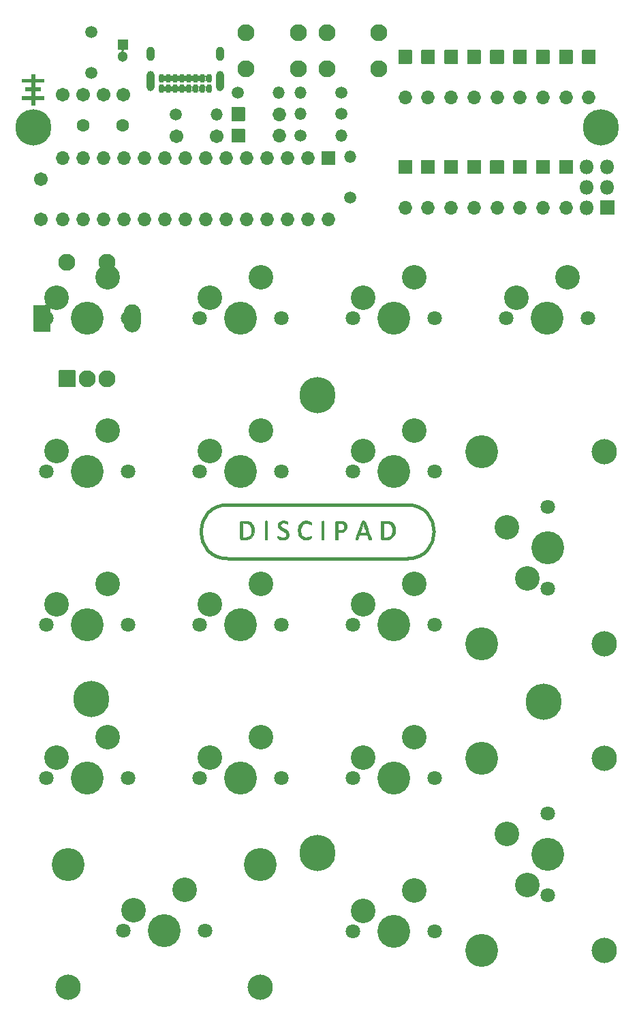
<source format=gts>
G04 #@! TF.GenerationSoftware,KiCad,Pcbnew,5.1.10-88a1d61d58~90~ubuntu21.04.1*
G04 #@! TF.CreationDate,2021-08-17T10:31:51+02:00*
G04 #@! TF.ProjectId,discipad-pro,64697363-6970-4616-942d-70726f2e6b69,rev?*
G04 #@! TF.SameCoordinates,Original*
G04 #@! TF.FileFunction,Soldermask,Top*
G04 #@! TF.FilePolarity,Negative*
%FSLAX46Y46*%
G04 Gerber Fmt 4.6, Leading zero omitted, Abs format (unit mm)*
G04 Created by KiCad (PCBNEW 5.1.10-88a1d61d58~90~ubuntu21.04.1) date 2021-08-17 10:31:51*
%MOMM*%
%LPD*%
G01*
G04 APERTURE LIST*
%ADD10C,0.010000*%
%ADD11C,0.400000*%
%ADD12C,2.102000*%
%ADD13O,1.802000X1.802000*%
%ADD14C,3.150000*%
%ADD15C,4.089800*%
%ADD16C,4.082180*%
%ADD17C,3.052000*%
%ADD18C,1.802000*%
%ADD19O,1.702000X1.702000*%
%ADD20C,1.502000*%
%ADD21C,4.502000*%
%ADD22C,1.702000*%
%ADD23C,1.302000*%
%ADD24O,1.502000X1.502000*%
%ADD25O,1.002000X1.802000*%
%ADD26O,1.002000X2.502000*%
%ADD27O,0.752000X1.102000*%
%ADD28C,1.602000*%
%ADD29C,0.150000*%
G04 APERTURE END LIST*
D10*
G36*
X139670907Y-77374276D02*
G01*
X139845860Y-77401340D01*
X139990423Y-77449818D01*
X139998165Y-77453668D01*
X140078158Y-77499261D01*
X140116541Y-77542488D01*
X140128356Y-77605116D01*
X140129014Y-77643008D01*
X140122265Y-77722314D01*
X140095761Y-77759486D01*
X140040111Y-77756771D01*
X139945926Y-77716421D01*
X139906750Y-77696262D01*
X139784868Y-77648315D01*
X139643765Y-77628437D01*
X139580003Y-77626989D01*
X139470049Y-77629606D01*
X139399989Y-77642548D01*
X139348204Y-77673448D01*
X139295216Y-77727535D01*
X139219541Y-77840986D01*
X139199908Y-77951298D01*
X139237398Y-78060373D01*
X139333090Y-78170110D01*
X139488063Y-78282409D01*
X139666498Y-78380942D01*
X139850556Y-78477526D01*
X139986334Y-78560352D01*
X140083240Y-78637190D01*
X140150683Y-78715809D01*
X140198073Y-78803980D01*
X140207650Y-78827795D01*
X140250671Y-79019484D01*
X140237336Y-79207462D01*
X140171683Y-79380958D01*
X140057747Y-79529202D01*
X139903478Y-79639425D01*
X139732985Y-79699957D01*
X139532764Y-79728695D01*
X139326545Y-79724410D01*
X139138052Y-79685875D01*
X139120639Y-79679930D01*
X138977873Y-79618898D01*
X138888464Y-79553537D01*
X138844287Y-79476135D01*
X138835923Y-79409731D01*
X138843359Y-79335549D01*
X138861407Y-79292964D01*
X138862887Y-79291898D01*
X138902305Y-79296063D01*
X138979018Y-79323230D01*
X139070705Y-79364794D01*
X139187287Y-79413738D01*
X139303215Y-79448387D01*
X139374711Y-79459594D01*
X139521342Y-79463347D01*
X139623510Y-79457048D01*
X139698034Y-79436635D01*
X139761735Y-79398044D01*
X139813890Y-79353476D01*
X139885442Y-79279701D01*
X139919358Y-79213941D01*
X139928641Y-79129178D01*
X139928716Y-79114870D01*
X139919514Y-79017639D01*
X139887095Y-78934975D01*
X139823812Y-78858876D01*
X139722018Y-78781343D01*
X139574067Y-78694376D01*
X139478545Y-78643901D01*
X139260963Y-78520587D01*
X139099222Y-78403038D01*
X138988396Y-78287078D01*
X138926224Y-78175746D01*
X138902134Y-78058599D01*
X138900739Y-77916333D01*
X138921131Y-77780700D01*
X138939094Y-77725580D01*
X139015197Y-77607429D01*
X139131539Y-77499269D01*
X139267238Y-77418556D01*
X139335822Y-77393947D01*
X139492063Y-77371015D01*
X139670907Y-77374276D01*
G37*
X139670907Y-77374276D02*
X139845860Y-77401340D01*
X139990423Y-77449818D01*
X139998165Y-77453668D01*
X140078158Y-77499261D01*
X140116541Y-77542488D01*
X140128356Y-77605116D01*
X140129014Y-77643008D01*
X140122265Y-77722314D01*
X140095761Y-77759486D01*
X140040111Y-77756771D01*
X139945926Y-77716421D01*
X139906750Y-77696262D01*
X139784868Y-77648315D01*
X139643765Y-77628437D01*
X139580003Y-77626989D01*
X139470049Y-77629606D01*
X139399989Y-77642548D01*
X139348204Y-77673448D01*
X139295216Y-77727535D01*
X139219541Y-77840986D01*
X139199908Y-77951298D01*
X139237398Y-78060373D01*
X139333090Y-78170110D01*
X139488063Y-78282409D01*
X139666498Y-78380942D01*
X139850556Y-78477526D01*
X139986334Y-78560352D01*
X140083240Y-78637190D01*
X140150683Y-78715809D01*
X140198073Y-78803980D01*
X140207650Y-78827795D01*
X140250671Y-79019484D01*
X140237336Y-79207462D01*
X140171683Y-79380958D01*
X140057747Y-79529202D01*
X139903478Y-79639425D01*
X139732985Y-79699957D01*
X139532764Y-79728695D01*
X139326545Y-79724410D01*
X139138052Y-79685875D01*
X139120639Y-79679930D01*
X138977873Y-79618898D01*
X138888464Y-79553537D01*
X138844287Y-79476135D01*
X138835923Y-79409731D01*
X138843359Y-79335549D01*
X138861407Y-79292964D01*
X138862887Y-79291898D01*
X138902305Y-79296063D01*
X138979018Y-79323230D01*
X139070705Y-79364794D01*
X139187287Y-79413738D01*
X139303215Y-79448387D01*
X139374711Y-79459594D01*
X139521342Y-79463347D01*
X139623510Y-79457048D01*
X139698034Y-79436635D01*
X139761735Y-79398044D01*
X139813890Y-79353476D01*
X139885442Y-79279701D01*
X139919358Y-79213941D01*
X139928641Y-79129178D01*
X139928716Y-79114870D01*
X139919514Y-79017639D01*
X139887095Y-78934975D01*
X139823812Y-78858876D01*
X139722018Y-78781343D01*
X139574067Y-78694376D01*
X139478545Y-78643901D01*
X139260963Y-78520587D01*
X139099222Y-78403038D01*
X138988396Y-78287078D01*
X138926224Y-78175746D01*
X138902134Y-78058599D01*
X138900739Y-77916333D01*
X138921131Y-77780700D01*
X138939094Y-77725580D01*
X139015197Y-77607429D01*
X139131539Y-77499269D01*
X139267238Y-77418556D01*
X139335822Y-77393947D01*
X139492063Y-77371015D01*
X139670907Y-77374276D01*
G36*
X142533601Y-77383592D02*
G01*
X142635915Y-77392905D01*
X142720984Y-77414284D01*
X142810930Y-77452093D01*
X142853741Y-77473049D01*
X142953007Y-77525186D01*
X143009508Y-77566147D01*
X143036481Y-77610352D01*
X143047166Y-77672220D01*
X143048266Y-77684925D01*
X143048619Y-77781078D01*
X143025298Y-77828234D01*
X142971599Y-77828830D01*
X142880823Y-77785304D01*
X142839997Y-77760686D01*
X142670941Y-77684604D01*
X142480587Y-77645656D01*
X142292527Y-77647045D01*
X142181926Y-77671350D01*
X142059050Y-77739137D01*
X141941317Y-77852071D01*
X141842156Y-77994283D01*
X141774992Y-78149903D01*
X141773924Y-78153538D01*
X141740024Y-78330524D01*
X141729119Y-78532847D01*
X141739980Y-78740254D01*
X141771378Y-78932493D01*
X141822085Y-79089310D01*
X141831929Y-79109802D01*
X141944717Y-79270178D01*
X142090966Y-79382224D01*
X142264180Y-79444463D01*
X142457863Y-79455417D01*
X142665519Y-79413607D01*
X142840825Y-79339357D01*
X142936717Y-79292096D01*
X143009633Y-79261771D01*
X143044490Y-79254616D01*
X143044976Y-79254992D01*
X143055535Y-79292722D01*
X143062431Y-79366546D01*
X143063033Y-79382653D01*
X143052010Y-79476798D01*
X143004497Y-79542118D01*
X142990774Y-79553241D01*
X142842689Y-79635506D01*
X142656830Y-79692664D01*
X142452731Y-79722122D01*
X142249931Y-79721290D01*
X142067965Y-79687574D01*
X142042422Y-79679074D01*
X141836067Y-79580919D01*
X141675133Y-79447094D01*
X141552405Y-79270206D01*
X141480743Y-79103849D01*
X141412968Y-78838979D01*
X141391228Y-78571754D01*
X141412955Y-78310989D01*
X141475583Y-78065498D01*
X141576545Y-77844095D01*
X141713273Y-77655596D01*
X141883200Y-77508815D01*
X141958121Y-77464674D01*
X142046045Y-77423652D01*
X142129380Y-77398885D01*
X142229064Y-77386384D01*
X142366035Y-77382156D01*
X142391923Y-77381985D01*
X142533601Y-77383592D01*
G37*
X142533601Y-77383592D02*
X142635915Y-77392905D01*
X142720984Y-77414284D01*
X142810930Y-77452093D01*
X142853741Y-77473049D01*
X142953007Y-77525186D01*
X143009508Y-77566147D01*
X143036481Y-77610352D01*
X143047166Y-77672220D01*
X143048266Y-77684925D01*
X143048619Y-77781078D01*
X143025298Y-77828234D01*
X142971599Y-77828830D01*
X142880823Y-77785304D01*
X142839997Y-77760686D01*
X142670941Y-77684604D01*
X142480587Y-77645656D01*
X142292527Y-77647045D01*
X142181926Y-77671350D01*
X142059050Y-77739137D01*
X141941317Y-77852071D01*
X141842156Y-77994283D01*
X141774992Y-78149903D01*
X141773924Y-78153538D01*
X141740024Y-78330524D01*
X141729119Y-78532847D01*
X141739980Y-78740254D01*
X141771378Y-78932493D01*
X141822085Y-79089310D01*
X141831929Y-79109802D01*
X141944717Y-79270178D01*
X142090966Y-79382224D01*
X142264180Y-79444463D01*
X142457863Y-79455417D01*
X142665519Y-79413607D01*
X142840825Y-79339357D01*
X142936717Y-79292096D01*
X143009633Y-79261771D01*
X143044490Y-79254616D01*
X143044976Y-79254992D01*
X143055535Y-79292722D01*
X143062431Y-79366546D01*
X143063033Y-79382653D01*
X143052010Y-79476798D01*
X143004497Y-79542118D01*
X142990774Y-79553241D01*
X142842689Y-79635506D01*
X142656830Y-79692664D01*
X142452731Y-79722122D01*
X142249931Y-79721290D01*
X142067965Y-79687574D01*
X142042422Y-79679074D01*
X141836067Y-79580919D01*
X141675133Y-79447094D01*
X141552405Y-79270206D01*
X141480743Y-79103849D01*
X141412968Y-78838979D01*
X141391228Y-78571754D01*
X141412955Y-78310989D01*
X141475583Y-78065498D01*
X141576545Y-77844095D01*
X141713273Y-77655596D01*
X141883200Y-77508815D01*
X141958121Y-77464674D01*
X142046045Y-77423652D01*
X142129380Y-77398885D01*
X142229064Y-77386384D01*
X142366035Y-77382156D01*
X142391923Y-77381985D01*
X142533601Y-77383592D01*
G36*
X134651971Y-77399504D02*
G01*
X134748269Y-77401682D01*
X134971468Y-77410427D01*
X135145503Y-77425978D01*
X135282703Y-77451941D01*
X135395397Y-77491915D01*
X135495914Y-77549506D01*
X135596583Y-77628314D01*
X135632447Y-77660051D01*
X135776840Y-77830661D01*
X135881990Y-78041598D01*
X135945284Y-78283695D01*
X135964108Y-78547782D01*
X135946473Y-78761563D01*
X135885164Y-79029381D01*
X135786848Y-79248994D01*
X135649298Y-79423012D01*
X135470287Y-79554041D01*
X135247591Y-79644689D01*
X135176705Y-79663284D01*
X135071199Y-79681000D01*
X134934695Y-79693851D01*
X134780707Y-79701769D01*
X134622749Y-79704681D01*
X134474336Y-79702519D01*
X134348979Y-79695211D01*
X134260195Y-79682689D01*
X134223899Y-79668225D01*
X134213313Y-79639956D01*
X134204729Y-79575604D01*
X134198006Y-79470958D01*
X134197906Y-79467956D01*
X134494832Y-79467956D01*
X134792859Y-79447007D01*
X134961050Y-79429528D01*
X135106634Y-79403707D01*
X135210808Y-79372937D01*
X135216193Y-79370628D01*
X135377628Y-79266720D01*
X135501126Y-79116133D01*
X135585177Y-78921834D01*
X135628266Y-78686792D01*
X135633983Y-78550625D01*
X135612087Y-78289484D01*
X135546293Y-78071374D01*
X135436449Y-77895988D01*
X135282401Y-77763019D01*
X135221262Y-77728100D01*
X135129579Y-77691770D01*
X135013101Y-77667461D01*
X134856060Y-77652241D01*
X134795014Y-77648828D01*
X134494832Y-77634150D01*
X134494832Y-79467956D01*
X134197906Y-79467956D01*
X134193006Y-79321806D01*
X134189590Y-79123935D01*
X134187619Y-78873133D01*
X134186955Y-78565189D01*
X134186953Y-78548237D01*
X134187276Y-78255397D01*
X134188406Y-78018246D01*
X134190581Y-77830901D01*
X134194042Y-77687479D01*
X134199027Y-77582097D01*
X134205776Y-77508870D01*
X134214529Y-77461916D01*
X134225524Y-77435351D01*
X134232572Y-77427335D01*
X134272360Y-77411797D01*
X134351196Y-77402195D01*
X134475570Y-77398205D01*
X134651971Y-77399504D01*
G37*
X134651971Y-77399504D02*
X134748269Y-77401682D01*
X134971468Y-77410427D01*
X135145503Y-77425978D01*
X135282703Y-77451941D01*
X135395397Y-77491915D01*
X135495914Y-77549506D01*
X135596583Y-77628314D01*
X135632447Y-77660051D01*
X135776840Y-77830661D01*
X135881990Y-78041598D01*
X135945284Y-78283695D01*
X135964108Y-78547782D01*
X135946473Y-78761563D01*
X135885164Y-79029381D01*
X135786848Y-79248994D01*
X135649298Y-79423012D01*
X135470287Y-79554041D01*
X135247591Y-79644689D01*
X135176705Y-79663284D01*
X135071199Y-79681000D01*
X134934695Y-79693851D01*
X134780707Y-79701769D01*
X134622749Y-79704681D01*
X134474336Y-79702519D01*
X134348979Y-79695211D01*
X134260195Y-79682689D01*
X134223899Y-79668225D01*
X134213313Y-79639956D01*
X134204729Y-79575604D01*
X134198006Y-79470958D01*
X134197906Y-79467956D01*
X134494832Y-79467956D01*
X134792859Y-79447007D01*
X134961050Y-79429528D01*
X135106634Y-79403707D01*
X135210808Y-79372937D01*
X135216193Y-79370628D01*
X135377628Y-79266720D01*
X135501126Y-79116133D01*
X135585177Y-78921834D01*
X135628266Y-78686792D01*
X135633983Y-78550625D01*
X135612087Y-78289484D01*
X135546293Y-78071374D01*
X135436449Y-77895988D01*
X135282401Y-77763019D01*
X135221262Y-77728100D01*
X135129579Y-77691770D01*
X135013101Y-77667461D01*
X134856060Y-77652241D01*
X134795014Y-77648828D01*
X134494832Y-77634150D01*
X134494832Y-79467956D01*
X134197906Y-79467956D01*
X134193006Y-79321806D01*
X134189590Y-79123935D01*
X134187619Y-78873133D01*
X134186955Y-78565189D01*
X134186953Y-78548237D01*
X134187276Y-78255397D01*
X134188406Y-78018246D01*
X134190581Y-77830901D01*
X134194042Y-77687479D01*
X134199027Y-77582097D01*
X134205776Y-77508870D01*
X134214529Y-77461916D01*
X134225524Y-77435351D01*
X134232572Y-77427335D01*
X134272360Y-77411797D01*
X134351196Y-77402195D01*
X134475570Y-77398205D01*
X134651971Y-77399504D01*
G36*
X137497021Y-77388615D02*
G01*
X137574362Y-77403400D01*
X137566294Y-78546588D01*
X137558226Y-79689777D01*
X137411983Y-79699161D01*
X137265741Y-79708544D01*
X137265741Y-77403258D01*
X137342711Y-77388544D01*
X137436888Y-77382758D01*
X137497021Y-77388615D01*
G37*
X137497021Y-77388615D02*
X137574362Y-77403400D01*
X137566294Y-78546588D01*
X137558226Y-79689777D01*
X137411983Y-79699161D01*
X137265741Y-79708544D01*
X137265741Y-77403258D01*
X137342711Y-77388544D01*
X137436888Y-77382758D01*
X137497021Y-77388615D01*
G36*
X144553593Y-77398558D02*
G01*
X144624804Y-77425632D01*
X144616727Y-78557705D01*
X144608650Y-79689777D01*
X144462408Y-79699161D01*
X144316165Y-79708544D01*
X144316165Y-77403258D01*
X144399274Y-77387371D01*
X144490190Y-77385089D01*
X144553593Y-77398558D01*
G37*
X144553593Y-77398558D02*
X144624804Y-77425632D01*
X144616727Y-78557705D01*
X144608650Y-79689777D01*
X144462408Y-79699161D01*
X144316165Y-79708544D01*
X144316165Y-77403258D01*
X144399274Y-77387371D01*
X144490190Y-77385089D01*
X144553593Y-77398558D01*
G36*
X146754301Y-77404113D02*
G01*
X146959200Y-77430214D01*
X147119943Y-77477390D01*
X147244305Y-77548644D01*
X147340058Y-77646982D01*
X147400178Y-77744988D01*
X147448436Y-77891210D01*
X147466767Y-78064874D01*
X147454785Y-78239483D01*
X147412101Y-78388540D01*
X147409673Y-78393759D01*
X147299090Y-78564555D01*
X147149978Y-78689999D01*
X146960363Y-78771143D01*
X146728270Y-78809038D01*
X146624224Y-78812322D01*
X146387857Y-78812322D01*
X146368230Y-79020140D01*
X146358029Y-79162583D01*
X146350852Y-79328349D01*
X146348384Y-79466565D01*
X146348165Y-79705171D01*
X146214751Y-79705171D01*
X146128356Y-79700804D01*
X146070365Y-79689841D01*
X146060812Y-79684645D01*
X146054435Y-79648295D01*
X146049280Y-79558964D01*
X146045309Y-79425236D01*
X146042485Y-79255693D01*
X146040772Y-79058917D01*
X146040132Y-78843492D01*
X146040529Y-78618000D01*
X146041925Y-78391023D01*
X146044284Y-78171145D01*
X146047570Y-77966947D01*
X146051744Y-77787013D01*
X146056686Y-77642383D01*
X146378953Y-77642383D01*
X146378953Y-78566019D01*
X146586771Y-78565971D01*
X146768907Y-78552298D01*
X146900159Y-78512092D01*
X147021545Y-78429282D01*
X147095527Y-78323085D01*
X147128760Y-78181514D01*
X147132178Y-78094141D01*
X147117267Y-77932880D01*
X147070429Y-77816613D01*
X146985312Y-77734325D01*
X146899894Y-77691175D01*
X146800556Y-77664445D01*
X146672146Y-77646759D01*
X146578451Y-77642383D01*
X146378953Y-77642383D01*
X146056686Y-77642383D01*
X146056770Y-77639925D01*
X146062612Y-77534266D01*
X146069231Y-77478618D01*
X146070312Y-77475054D01*
X146100338Y-77396080D01*
X146497472Y-77396080D01*
X146754301Y-77404113D01*
G37*
X146754301Y-77404113D02*
X146959200Y-77430214D01*
X147119943Y-77477390D01*
X147244305Y-77548644D01*
X147340058Y-77646982D01*
X147400178Y-77744988D01*
X147448436Y-77891210D01*
X147466767Y-78064874D01*
X147454785Y-78239483D01*
X147412101Y-78388540D01*
X147409673Y-78393759D01*
X147299090Y-78564555D01*
X147149978Y-78689999D01*
X146960363Y-78771143D01*
X146728270Y-78809038D01*
X146624224Y-78812322D01*
X146387857Y-78812322D01*
X146368230Y-79020140D01*
X146358029Y-79162583D01*
X146350852Y-79328349D01*
X146348384Y-79466565D01*
X146348165Y-79705171D01*
X146214751Y-79705171D01*
X146128356Y-79700804D01*
X146070365Y-79689841D01*
X146060812Y-79684645D01*
X146054435Y-79648295D01*
X146049280Y-79558964D01*
X146045309Y-79425236D01*
X146042485Y-79255693D01*
X146040772Y-79058917D01*
X146040132Y-78843492D01*
X146040529Y-78618000D01*
X146041925Y-78391023D01*
X146044284Y-78171145D01*
X146047570Y-77966947D01*
X146051744Y-77787013D01*
X146056686Y-77642383D01*
X146378953Y-77642383D01*
X146378953Y-78566019D01*
X146586771Y-78565971D01*
X146768907Y-78552298D01*
X146900159Y-78512092D01*
X147021545Y-78429282D01*
X147095527Y-78323085D01*
X147128760Y-78181514D01*
X147132178Y-78094141D01*
X147117267Y-77932880D01*
X147070429Y-77816613D01*
X146985312Y-77734325D01*
X146899894Y-77691175D01*
X146800556Y-77664445D01*
X146672146Y-77646759D01*
X146578451Y-77642383D01*
X146378953Y-77642383D01*
X146056686Y-77642383D01*
X146056770Y-77639925D01*
X146062612Y-77534266D01*
X146069231Y-77478618D01*
X146070312Y-77475054D01*
X146100338Y-77396080D01*
X146497472Y-77396080D01*
X146754301Y-77404113D01*
G36*
X149627074Y-77390772D02*
G01*
X149651118Y-77398802D01*
X149673371Y-77412715D01*
X149696217Y-77438008D01*
X149722038Y-77480179D01*
X149753217Y-77544724D01*
X149792136Y-77637138D01*
X149841178Y-77762920D01*
X149902726Y-77927566D01*
X149979163Y-78136572D01*
X150072870Y-78395435D01*
X150124066Y-78537299D01*
X150213490Y-78786735D01*
X150295356Y-79018067D01*
X150367482Y-79224904D01*
X150427689Y-79400859D01*
X150473796Y-79539542D01*
X150503622Y-79634565D01*
X150514987Y-79679539D01*
X150514794Y-79682080D01*
X150478465Y-79695596D01*
X150401805Y-79703908D01*
X150352888Y-79705171D01*
X150204881Y-79705171D01*
X150099321Y-79404989D01*
X149993762Y-79104807D01*
X149513869Y-79096347D01*
X149033977Y-79087886D01*
X148930283Y-79388831D01*
X148826590Y-79689777D01*
X148680347Y-79699161D01*
X148588051Y-79700511D01*
X148543629Y-79687018D01*
X148534105Y-79662737D01*
X148544116Y-79627581D01*
X148572308Y-79542304D01*
X148615917Y-79414690D01*
X148672178Y-79252524D01*
X148738329Y-79063589D01*
X148811606Y-78855669D01*
X148818783Y-78835413D01*
X149119092Y-78835413D01*
X149147929Y-78838329D01*
X149226685Y-78840738D01*
X149343700Y-78842407D01*
X149487317Y-78843103D01*
X149503923Y-78843110D01*
X149651176Y-78840986D01*
X149771939Y-78835170D01*
X149854849Y-78826498D01*
X149888541Y-78815806D01*
X149888771Y-78814811D01*
X149879085Y-78778037D01*
X149852144Y-78692784D01*
X149811123Y-78568661D01*
X149759199Y-78415277D01*
X149699546Y-78242240D01*
X149699307Y-78241553D01*
X149509843Y-77696595D01*
X149314476Y-78262155D01*
X149254207Y-78436999D01*
X149201483Y-78590673D01*
X149159367Y-78714185D01*
X149130926Y-78798539D01*
X149119225Y-78834743D01*
X149119092Y-78835413D01*
X148818783Y-78835413D01*
X148889245Y-78636549D01*
X148968482Y-78414012D01*
X149046553Y-78195841D01*
X149120696Y-77989822D01*
X149188145Y-77803738D01*
X149246139Y-77645373D01*
X149291912Y-77522510D01*
X149318678Y-77452985D01*
X149365645Y-77409059D01*
X149451850Y-77382973D01*
X149556484Y-77378924D01*
X149627074Y-77390772D01*
G37*
X149627074Y-77390772D02*
X149651118Y-77398802D01*
X149673371Y-77412715D01*
X149696217Y-77438008D01*
X149722038Y-77480179D01*
X149753217Y-77544724D01*
X149792136Y-77637138D01*
X149841178Y-77762920D01*
X149902726Y-77927566D01*
X149979163Y-78136572D01*
X150072870Y-78395435D01*
X150124066Y-78537299D01*
X150213490Y-78786735D01*
X150295356Y-79018067D01*
X150367482Y-79224904D01*
X150427689Y-79400859D01*
X150473796Y-79539542D01*
X150503622Y-79634565D01*
X150514987Y-79679539D01*
X150514794Y-79682080D01*
X150478465Y-79695596D01*
X150401805Y-79703908D01*
X150352888Y-79705171D01*
X150204881Y-79705171D01*
X150099321Y-79404989D01*
X149993762Y-79104807D01*
X149513869Y-79096347D01*
X149033977Y-79087886D01*
X148930283Y-79388831D01*
X148826590Y-79689777D01*
X148680347Y-79699161D01*
X148588051Y-79700511D01*
X148543629Y-79687018D01*
X148534105Y-79662737D01*
X148544116Y-79627581D01*
X148572308Y-79542304D01*
X148615917Y-79414690D01*
X148672178Y-79252524D01*
X148738329Y-79063589D01*
X148811606Y-78855669D01*
X148818783Y-78835413D01*
X149119092Y-78835413D01*
X149147929Y-78838329D01*
X149226685Y-78840738D01*
X149343700Y-78842407D01*
X149487317Y-78843103D01*
X149503923Y-78843110D01*
X149651176Y-78840986D01*
X149771939Y-78835170D01*
X149854849Y-78826498D01*
X149888541Y-78815806D01*
X149888771Y-78814811D01*
X149879085Y-78778037D01*
X149852144Y-78692784D01*
X149811123Y-78568661D01*
X149759199Y-78415277D01*
X149699546Y-78242240D01*
X149699307Y-78241553D01*
X149509843Y-77696595D01*
X149314476Y-78262155D01*
X149254207Y-78436999D01*
X149201483Y-78590673D01*
X149159367Y-78714185D01*
X149130926Y-78798539D01*
X149119225Y-78834743D01*
X149119092Y-78835413D01*
X148818783Y-78835413D01*
X148889245Y-78636549D01*
X148968482Y-78414012D01*
X149046553Y-78195841D01*
X149120696Y-77989822D01*
X149188145Y-77803738D01*
X149246139Y-77645373D01*
X149291912Y-77522510D01*
X149318678Y-77452985D01*
X149365645Y-77409059D01*
X149451850Y-77382973D01*
X149556484Y-77378924D01*
X149627074Y-77390772D01*
G36*
X152426051Y-77400161D02*
G01*
X152610739Y-77414266D01*
X152760563Y-77441191D01*
X152888668Y-77483730D01*
X153008198Y-77544676D01*
X153067267Y-77581873D01*
X153212403Y-77707878D01*
X153337652Y-77872665D01*
X153426374Y-78053527D01*
X153437470Y-78086985D01*
X153453057Y-78169518D01*
X153465423Y-78295095D01*
X153473120Y-78445212D01*
X153474954Y-78566019D01*
X153473350Y-78725384D01*
X153467325Y-78840477D01*
X153454104Y-78928580D01*
X153430911Y-79006978D01*
X153394971Y-79092951D01*
X153387795Y-79108690D01*
X153258773Y-79322782D01*
X153090386Y-79489609D01*
X152883784Y-79608274D01*
X152662450Y-79673858D01*
X152563370Y-79686602D01*
X152423048Y-79696848D01*
X152261802Y-79703398D01*
X152131322Y-79705171D01*
X151976353Y-79704773D01*
X151871798Y-79702097D01*
X151806495Y-79694916D01*
X151769282Y-79681004D01*
X151748998Y-79658137D01*
X151735282Y-79626197D01*
X151726851Y-79573408D01*
X151719805Y-79469027D01*
X151714139Y-79322014D01*
X151709843Y-79141329D01*
X151706911Y-78935930D01*
X151705334Y-78714777D01*
X151705105Y-78486831D01*
X151706217Y-78261051D01*
X151708662Y-78046396D01*
X151712432Y-77851826D01*
X151717519Y-77686301D01*
X151719722Y-77642383D01*
X152043923Y-77642383D01*
X152043923Y-79468088D01*
X152313317Y-79448368D01*
X152452720Y-79435316D01*
X152583410Y-79418187D01*
X152682117Y-79400159D01*
X152700164Y-79395577D01*
X152854592Y-79321217D01*
X152981409Y-79196173D01*
X153077401Y-79026298D01*
X153139351Y-78817447D01*
X153164045Y-78575472D01*
X153164337Y-78550625D01*
X153144865Y-78289561D01*
X153083627Y-78073670D01*
X152979931Y-77902250D01*
X152833089Y-77774602D01*
X152642409Y-77690025D01*
X152407201Y-77647819D01*
X152269244Y-77642383D01*
X152043923Y-77642383D01*
X151719722Y-77642383D01*
X151723917Y-77558781D01*
X151731617Y-77478224D01*
X151737127Y-77455631D01*
X151754702Y-77431749D01*
X151784282Y-77415236D01*
X151836125Y-77404753D01*
X151920488Y-77398960D01*
X152047630Y-77396519D01*
X152193357Y-77396080D01*
X152426051Y-77400161D01*
G37*
X152426051Y-77400161D02*
X152610739Y-77414266D01*
X152760563Y-77441191D01*
X152888668Y-77483730D01*
X153008198Y-77544676D01*
X153067267Y-77581873D01*
X153212403Y-77707878D01*
X153337652Y-77872665D01*
X153426374Y-78053527D01*
X153437470Y-78086985D01*
X153453057Y-78169518D01*
X153465423Y-78295095D01*
X153473120Y-78445212D01*
X153474954Y-78566019D01*
X153473350Y-78725384D01*
X153467325Y-78840477D01*
X153454104Y-78928580D01*
X153430911Y-79006978D01*
X153394971Y-79092951D01*
X153387795Y-79108690D01*
X153258773Y-79322782D01*
X153090386Y-79489609D01*
X152883784Y-79608274D01*
X152662450Y-79673858D01*
X152563370Y-79686602D01*
X152423048Y-79696848D01*
X152261802Y-79703398D01*
X152131322Y-79705171D01*
X151976353Y-79704773D01*
X151871798Y-79702097D01*
X151806495Y-79694916D01*
X151769282Y-79681004D01*
X151748998Y-79658137D01*
X151735282Y-79626197D01*
X151726851Y-79573408D01*
X151719805Y-79469027D01*
X151714139Y-79322014D01*
X151709843Y-79141329D01*
X151706911Y-78935930D01*
X151705334Y-78714777D01*
X151705105Y-78486831D01*
X151706217Y-78261051D01*
X151708662Y-78046396D01*
X151712432Y-77851826D01*
X151717519Y-77686301D01*
X151719722Y-77642383D01*
X152043923Y-77642383D01*
X152043923Y-79468088D01*
X152313317Y-79448368D01*
X152452720Y-79435316D01*
X152583410Y-79418187D01*
X152682117Y-79400159D01*
X152700164Y-79395577D01*
X152854592Y-79321217D01*
X152981409Y-79196173D01*
X153077401Y-79026298D01*
X153139351Y-78817447D01*
X153164045Y-78575472D01*
X153164337Y-78550625D01*
X153144865Y-78289561D01*
X153083627Y-78073670D01*
X152979931Y-77902250D01*
X152833089Y-77774602D01*
X152642409Y-77690025D01*
X152407201Y-77647819D01*
X152269244Y-77642383D01*
X152043923Y-77642383D01*
X151719722Y-77642383D01*
X151723917Y-77558781D01*
X151731617Y-77478224D01*
X151737127Y-77455631D01*
X151754702Y-77431749D01*
X151784282Y-77415236D01*
X151836125Y-77404753D01*
X151920488Y-77398960D01*
X152047630Y-77396519D01*
X152193357Y-77396080D01*
X152426051Y-77400161D01*
D11*
X132713559Y-75406019D02*
X154993559Y-75406019D01*
X132713559Y-82086019D02*
X154993559Y-82086019D01*
X154983559Y-75406019D02*
G75*
G02*
X154983559Y-82086019I0J-3340000D01*
G01*
X132683559Y-82086019D02*
G75*
G02*
X132683559Y-75406019I0J3340000D01*
G01*
D10*
G36*
X108672737Y-22441364D02*
G01*
X109242120Y-22443541D01*
X109811503Y-22445717D01*
X109811503Y-22852117D01*
X108672737Y-22856469D01*
X108672737Y-23516750D01*
X109392404Y-23516750D01*
X109392404Y-23948550D01*
X108672737Y-23948550D01*
X108672737Y-24625764D01*
X109242120Y-24627941D01*
X109811503Y-24630117D01*
X109813766Y-24843900D01*
X109816028Y-25057683D01*
X108672737Y-25057683D01*
X108672737Y-25675750D01*
X108232470Y-25675750D01*
X108232470Y-25057683D01*
X107097937Y-25057683D01*
X107097937Y-24625884D01*
X108232470Y-24625884D01*
X108232470Y-23948550D01*
X107521270Y-23948550D01*
X107521270Y-23516750D01*
X108232470Y-23516750D01*
X108232470Y-22856350D01*
X107097937Y-22856350D01*
X107097937Y-22441484D01*
X108232251Y-22441484D01*
X108236703Y-21853050D01*
X108454720Y-21850791D01*
X108672737Y-21848531D01*
X108672737Y-22441364D01*
G37*
X108672737Y-22441364D02*
X109242120Y-22443541D01*
X109811503Y-22445717D01*
X109811503Y-22852117D01*
X108672737Y-22856469D01*
X108672737Y-23516750D01*
X109392404Y-23516750D01*
X109392404Y-23948550D01*
X108672737Y-23948550D01*
X108672737Y-24625764D01*
X109242120Y-24627941D01*
X109811503Y-24630117D01*
X109813766Y-24843900D01*
X109816028Y-25057683D01*
X108672737Y-25057683D01*
X108672737Y-25675750D01*
X108232470Y-25675750D01*
X108232470Y-25057683D01*
X107097937Y-25057683D01*
X107097937Y-24625884D01*
X108232470Y-24625884D01*
X108232470Y-23948550D01*
X107521270Y-23948550D01*
X107521270Y-23516750D01*
X108232470Y-23516750D01*
X108232470Y-22856350D01*
X107097937Y-22856350D01*
X107097937Y-22441484D01*
X108232251Y-22441484D01*
X108236703Y-21853050D01*
X108454720Y-21850791D01*
X108672737Y-21848531D01*
X108672737Y-22441364D01*
G36*
X139670907Y-77374276D02*
G01*
X139845860Y-77401340D01*
X139990423Y-77449818D01*
X139998165Y-77453668D01*
X140078158Y-77499261D01*
X140116541Y-77542488D01*
X140128356Y-77605116D01*
X140129014Y-77643008D01*
X140122265Y-77722314D01*
X140095761Y-77759486D01*
X140040111Y-77756771D01*
X139945926Y-77716421D01*
X139906750Y-77696262D01*
X139784868Y-77648315D01*
X139643765Y-77628437D01*
X139580003Y-77626989D01*
X139470049Y-77629606D01*
X139399989Y-77642548D01*
X139348204Y-77673448D01*
X139295216Y-77727535D01*
X139219541Y-77840986D01*
X139199908Y-77951298D01*
X139237398Y-78060373D01*
X139333090Y-78170110D01*
X139488063Y-78282409D01*
X139666498Y-78380942D01*
X139850556Y-78477526D01*
X139986334Y-78560352D01*
X140083240Y-78637190D01*
X140150683Y-78715809D01*
X140198073Y-78803980D01*
X140207650Y-78827795D01*
X140250671Y-79019484D01*
X140237336Y-79207462D01*
X140171683Y-79380958D01*
X140057747Y-79529202D01*
X139903478Y-79639425D01*
X139732985Y-79699957D01*
X139532764Y-79728695D01*
X139326545Y-79724410D01*
X139138052Y-79685875D01*
X139120639Y-79679930D01*
X138977873Y-79618898D01*
X138888464Y-79553537D01*
X138844287Y-79476135D01*
X138835923Y-79409731D01*
X138843359Y-79335549D01*
X138861407Y-79292964D01*
X138862887Y-79291898D01*
X138902305Y-79296063D01*
X138979018Y-79323230D01*
X139070705Y-79364794D01*
X139187287Y-79413738D01*
X139303215Y-79448387D01*
X139374711Y-79459594D01*
X139521342Y-79463347D01*
X139623510Y-79457048D01*
X139698034Y-79436635D01*
X139761735Y-79398044D01*
X139813890Y-79353476D01*
X139885442Y-79279701D01*
X139919358Y-79213941D01*
X139928641Y-79129178D01*
X139928716Y-79114870D01*
X139919514Y-79017639D01*
X139887095Y-78934975D01*
X139823812Y-78858876D01*
X139722018Y-78781343D01*
X139574067Y-78694376D01*
X139478545Y-78643901D01*
X139260963Y-78520587D01*
X139099222Y-78403038D01*
X138988396Y-78287078D01*
X138926224Y-78175746D01*
X138902134Y-78058599D01*
X138900739Y-77916333D01*
X138921131Y-77780700D01*
X138939094Y-77725580D01*
X139015197Y-77607429D01*
X139131539Y-77499269D01*
X139267238Y-77418556D01*
X139335822Y-77393947D01*
X139492063Y-77371015D01*
X139670907Y-77374276D01*
G37*
X139670907Y-77374276D02*
X139845860Y-77401340D01*
X139990423Y-77449818D01*
X139998165Y-77453668D01*
X140078158Y-77499261D01*
X140116541Y-77542488D01*
X140128356Y-77605116D01*
X140129014Y-77643008D01*
X140122265Y-77722314D01*
X140095761Y-77759486D01*
X140040111Y-77756771D01*
X139945926Y-77716421D01*
X139906750Y-77696262D01*
X139784868Y-77648315D01*
X139643765Y-77628437D01*
X139580003Y-77626989D01*
X139470049Y-77629606D01*
X139399989Y-77642548D01*
X139348204Y-77673448D01*
X139295216Y-77727535D01*
X139219541Y-77840986D01*
X139199908Y-77951298D01*
X139237398Y-78060373D01*
X139333090Y-78170110D01*
X139488063Y-78282409D01*
X139666498Y-78380942D01*
X139850556Y-78477526D01*
X139986334Y-78560352D01*
X140083240Y-78637190D01*
X140150683Y-78715809D01*
X140198073Y-78803980D01*
X140207650Y-78827795D01*
X140250671Y-79019484D01*
X140237336Y-79207462D01*
X140171683Y-79380958D01*
X140057747Y-79529202D01*
X139903478Y-79639425D01*
X139732985Y-79699957D01*
X139532764Y-79728695D01*
X139326545Y-79724410D01*
X139138052Y-79685875D01*
X139120639Y-79679930D01*
X138977873Y-79618898D01*
X138888464Y-79553537D01*
X138844287Y-79476135D01*
X138835923Y-79409731D01*
X138843359Y-79335549D01*
X138861407Y-79292964D01*
X138862887Y-79291898D01*
X138902305Y-79296063D01*
X138979018Y-79323230D01*
X139070705Y-79364794D01*
X139187287Y-79413738D01*
X139303215Y-79448387D01*
X139374711Y-79459594D01*
X139521342Y-79463347D01*
X139623510Y-79457048D01*
X139698034Y-79436635D01*
X139761735Y-79398044D01*
X139813890Y-79353476D01*
X139885442Y-79279701D01*
X139919358Y-79213941D01*
X139928641Y-79129178D01*
X139928716Y-79114870D01*
X139919514Y-79017639D01*
X139887095Y-78934975D01*
X139823812Y-78858876D01*
X139722018Y-78781343D01*
X139574067Y-78694376D01*
X139478545Y-78643901D01*
X139260963Y-78520587D01*
X139099222Y-78403038D01*
X138988396Y-78287078D01*
X138926224Y-78175746D01*
X138902134Y-78058599D01*
X138900739Y-77916333D01*
X138921131Y-77780700D01*
X138939094Y-77725580D01*
X139015197Y-77607429D01*
X139131539Y-77499269D01*
X139267238Y-77418556D01*
X139335822Y-77393947D01*
X139492063Y-77371015D01*
X139670907Y-77374276D01*
G36*
X142533601Y-77383592D02*
G01*
X142635915Y-77392905D01*
X142720984Y-77414284D01*
X142810930Y-77452093D01*
X142853741Y-77473049D01*
X142953007Y-77525186D01*
X143009508Y-77566147D01*
X143036481Y-77610352D01*
X143047166Y-77672220D01*
X143048266Y-77684925D01*
X143048619Y-77781078D01*
X143025298Y-77828234D01*
X142971599Y-77828830D01*
X142880823Y-77785304D01*
X142839997Y-77760686D01*
X142670941Y-77684604D01*
X142480587Y-77645656D01*
X142292527Y-77647045D01*
X142181926Y-77671350D01*
X142059050Y-77739137D01*
X141941317Y-77852071D01*
X141842156Y-77994283D01*
X141774992Y-78149903D01*
X141773924Y-78153538D01*
X141740024Y-78330524D01*
X141729119Y-78532847D01*
X141739980Y-78740254D01*
X141771378Y-78932493D01*
X141822085Y-79089310D01*
X141831929Y-79109802D01*
X141944717Y-79270178D01*
X142090966Y-79382224D01*
X142264180Y-79444463D01*
X142457863Y-79455417D01*
X142665519Y-79413607D01*
X142840825Y-79339357D01*
X142936717Y-79292096D01*
X143009633Y-79261771D01*
X143044490Y-79254616D01*
X143044976Y-79254992D01*
X143055535Y-79292722D01*
X143062431Y-79366546D01*
X143063033Y-79382653D01*
X143052010Y-79476798D01*
X143004497Y-79542118D01*
X142990774Y-79553241D01*
X142842689Y-79635506D01*
X142656830Y-79692664D01*
X142452731Y-79722122D01*
X142249931Y-79721290D01*
X142067965Y-79687574D01*
X142042422Y-79679074D01*
X141836067Y-79580919D01*
X141675133Y-79447094D01*
X141552405Y-79270206D01*
X141480743Y-79103849D01*
X141412968Y-78838979D01*
X141391228Y-78571754D01*
X141412955Y-78310989D01*
X141475583Y-78065498D01*
X141576545Y-77844095D01*
X141713273Y-77655596D01*
X141883200Y-77508815D01*
X141958121Y-77464674D01*
X142046045Y-77423652D01*
X142129380Y-77398885D01*
X142229064Y-77386384D01*
X142366035Y-77382156D01*
X142391923Y-77381985D01*
X142533601Y-77383592D01*
G37*
X142533601Y-77383592D02*
X142635915Y-77392905D01*
X142720984Y-77414284D01*
X142810930Y-77452093D01*
X142853741Y-77473049D01*
X142953007Y-77525186D01*
X143009508Y-77566147D01*
X143036481Y-77610352D01*
X143047166Y-77672220D01*
X143048266Y-77684925D01*
X143048619Y-77781078D01*
X143025298Y-77828234D01*
X142971599Y-77828830D01*
X142880823Y-77785304D01*
X142839997Y-77760686D01*
X142670941Y-77684604D01*
X142480587Y-77645656D01*
X142292527Y-77647045D01*
X142181926Y-77671350D01*
X142059050Y-77739137D01*
X141941317Y-77852071D01*
X141842156Y-77994283D01*
X141774992Y-78149903D01*
X141773924Y-78153538D01*
X141740024Y-78330524D01*
X141729119Y-78532847D01*
X141739980Y-78740254D01*
X141771378Y-78932493D01*
X141822085Y-79089310D01*
X141831929Y-79109802D01*
X141944717Y-79270178D01*
X142090966Y-79382224D01*
X142264180Y-79444463D01*
X142457863Y-79455417D01*
X142665519Y-79413607D01*
X142840825Y-79339357D01*
X142936717Y-79292096D01*
X143009633Y-79261771D01*
X143044490Y-79254616D01*
X143044976Y-79254992D01*
X143055535Y-79292722D01*
X143062431Y-79366546D01*
X143063033Y-79382653D01*
X143052010Y-79476798D01*
X143004497Y-79542118D01*
X142990774Y-79553241D01*
X142842689Y-79635506D01*
X142656830Y-79692664D01*
X142452731Y-79722122D01*
X142249931Y-79721290D01*
X142067965Y-79687574D01*
X142042422Y-79679074D01*
X141836067Y-79580919D01*
X141675133Y-79447094D01*
X141552405Y-79270206D01*
X141480743Y-79103849D01*
X141412968Y-78838979D01*
X141391228Y-78571754D01*
X141412955Y-78310989D01*
X141475583Y-78065498D01*
X141576545Y-77844095D01*
X141713273Y-77655596D01*
X141883200Y-77508815D01*
X141958121Y-77464674D01*
X142046045Y-77423652D01*
X142129380Y-77398885D01*
X142229064Y-77386384D01*
X142366035Y-77382156D01*
X142391923Y-77381985D01*
X142533601Y-77383592D01*
G36*
X134651971Y-77399504D02*
G01*
X134748269Y-77401682D01*
X134971468Y-77410427D01*
X135145503Y-77425978D01*
X135282703Y-77451941D01*
X135395397Y-77491915D01*
X135495914Y-77549506D01*
X135596583Y-77628314D01*
X135632447Y-77660051D01*
X135776840Y-77830661D01*
X135881990Y-78041598D01*
X135945284Y-78283695D01*
X135964108Y-78547782D01*
X135946473Y-78761563D01*
X135885164Y-79029381D01*
X135786848Y-79248994D01*
X135649298Y-79423012D01*
X135470287Y-79554041D01*
X135247591Y-79644689D01*
X135176705Y-79663284D01*
X135071199Y-79681000D01*
X134934695Y-79693851D01*
X134780707Y-79701769D01*
X134622749Y-79704681D01*
X134474336Y-79702519D01*
X134348979Y-79695211D01*
X134260195Y-79682689D01*
X134223899Y-79668225D01*
X134213313Y-79639956D01*
X134204729Y-79575604D01*
X134198006Y-79470958D01*
X134197906Y-79467956D01*
X134494832Y-79467956D01*
X134792859Y-79447007D01*
X134961050Y-79429528D01*
X135106634Y-79403707D01*
X135210808Y-79372937D01*
X135216193Y-79370628D01*
X135377628Y-79266720D01*
X135501126Y-79116133D01*
X135585177Y-78921834D01*
X135628266Y-78686792D01*
X135633983Y-78550625D01*
X135612087Y-78289484D01*
X135546293Y-78071374D01*
X135436449Y-77895988D01*
X135282401Y-77763019D01*
X135221262Y-77728100D01*
X135129579Y-77691770D01*
X135013101Y-77667461D01*
X134856060Y-77652241D01*
X134795014Y-77648828D01*
X134494832Y-77634150D01*
X134494832Y-79467956D01*
X134197906Y-79467956D01*
X134193006Y-79321806D01*
X134189590Y-79123935D01*
X134187619Y-78873133D01*
X134186955Y-78565189D01*
X134186953Y-78548237D01*
X134187276Y-78255397D01*
X134188406Y-78018246D01*
X134190581Y-77830901D01*
X134194042Y-77687479D01*
X134199027Y-77582097D01*
X134205776Y-77508870D01*
X134214529Y-77461916D01*
X134225524Y-77435351D01*
X134232572Y-77427335D01*
X134272360Y-77411797D01*
X134351196Y-77402195D01*
X134475570Y-77398205D01*
X134651971Y-77399504D01*
G37*
X134651971Y-77399504D02*
X134748269Y-77401682D01*
X134971468Y-77410427D01*
X135145503Y-77425978D01*
X135282703Y-77451941D01*
X135395397Y-77491915D01*
X135495914Y-77549506D01*
X135596583Y-77628314D01*
X135632447Y-77660051D01*
X135776840Y-77830661D01*
X135881990Y-78041598D01*
X135945284Y-78283695D01*
X135964108Y-78547782D01*
X135946473Y-78761563D01*
X135885164Y-79029381D01*
X135786848Y-79248994D01*
X135649298Y-79423012D01*
X135470287Y-79554041D01*
X135247591Y-79644689D01*
X135176705Y-79663284D01*
X135071199Y-79681000D01*
X134934695Y-79693851D01*
X134780707Y-79701769D01*
X134622749Y-79704681D01*
X134474336Y-79702519D01*
X134348979Y-79695211D01*
X134260195Y-79682689D01*
X134223899Y-79668225D01*
X134213313Y-79639956D01*
X134204729Y-79575604D01*
X134198006Y-79470958D01*
X134197906Y-79467956D01*
X134494832Y-79467956D01*
X134792859Y-79447007D01*
X134961050Y-79429528D01*
X135106634Y-79403707D01*
X135210808Y-79372937D01*
X135216193Y-79370628D01*
X135377628Y-79266720D01*
X135501126Y-79116133D01*
X135585177Y-78921834D01*
X135628266Y-78686792D01*
X135633983Y-78550625D01*
X135612087Y-78289484D01*
X135546293Y-78071374D01*
X135436449Y-77895988D01*
X135282401Y-77763019D01*
X135221262Y-77728100D01*
X135129579Y-77691770D01*
X135013101Y-77667461D01*
X134856060Y-77652241D01*
X134795014Y-77648828D01*
X134494832Y-77634150D01*
X134494832Y-79467956D01*
X134197906Y-79467956D01*
X134193006Y-79321806D01*
X134189590Y-79123935D01*
X134187619Y-78873133D01*
X134186955Y-78565189D01*
X134186953Y-78548237D01*
X134187276Y-78255397D01*
X134188406Y-78018246D01*
X134190581Y-77830901D01*
X134194042Y-77687479D01*
X134199027Y-77582097D01*
X134205776Y-77508870D01*
X134214529Y-77461916D01*
X134225524Y-77435351D01*
X134232572Y-77427335D01*
X134272360Y-77411797D01*
X134351196Y-77402195D01*
X134475570Y-77398205D01*
X134651971Y-77399504D01*
G36*
X137497021Y-77388615D02*
G01*
X137574362Y-77403400D01*
X137566294Y-78546588D01*
X137558226Y-79689777D01*
X137411983Y-79699161D01*
X137265741Y-79708544D01*
X137265741Y-77403258D01*
X137342711Y-77388544D01*
X137436888Y-77382758D01*
X137497021Y-77388615D01*
G37*
X137497021Y-77388615D02*
X137574362Y-77403400D01*
X137566294Y-78546588D01*
X137558226Y-79689777D01*
X137411983Y-79699161D01*
X137265741Y-79708544D01*
X137265741Y-77403258D01*
X137342711Y-77388544D01*
X137436888Y-77382758D01*
X137497021Y-77388615D01*
G36*
X144553593Y-77398558D02*
G01*
X144624804Y-77425632D01*
X144616727Y-78557705D01*
X144608650Y-79689777D01*
X144462408Y-79699161D01*
X144316165Y-79708544D01*
X144316165Y-77403258D01*
X144399274Y-77387371D01*
X144490190Y-77385089D01*
X144553593Y-77398558D01*
G37*
X144553593Y-77398558D02*
X144624804Y-77425632D01*
X144616727Y-78557705D01*
X144608650Y-79689777D01*
X144462408Y-79699161D01*
X144316165Y-79708544D01*
X144316165Y-77403258D01*
X144399274Y-77387371D01*
X144490190Y-77385089D01*
X144553593Y-77398558D01*
G36*
X146754301Y-77404113D02*
G01*
X146959200Y-77430214D01*
X147119943Y-77477390D01*
X147244305Y-77548644D01*
X147340058Y-77646982D01*
X147400178Y-77744988D01*
X147448436Y-77891210D01*
X147466767Y-78064874D01*
X147454785Y-78239483D01*
X147412101Y-78388540D01*
X147409673Y-78393759D01*
X147299090Y-78564555D01*
X147149978Y-78689999D01*
X146960363Y-78771143D01*
X146728270Y-78809038D01*
X146624224Y-78812322D01*
X146387857Y-78812322D01*
X146368230Y-79020140D01*
X146358029Y-79162583D01*
X146350852Y-79328349D01*
X146348384Y-79466565D01*
X146348165Y-79705171D01*
X146214751Y-79705171D01*
X146128356Y-79700804D01*
X146070365Y-79689841D01*
X146060812Y-79684645D01*
X146054435Y-79648295D01*
X146049280Y-79558964D01*
X146045309Y-79425236D01*
X146042485Y-79255693D01*
X146040772Y-79058917D01*
X146040132Y-78843492D01*
X146040529Y-78618000D01*
X146041925Y-78391023D01*
X146044284Y-78171145D01*
X146047570Y-77966947D01*
X146051744Y-77787013D01*
X146056686Y-77642383D01*
X146378953Y-77642383D01*
X146378953Y-78566019D01*
X146586771Y-78565971D01*
X146768907Y-78552298D01*
X146900159Y-78512092D01*
X147021545Y-78429282D01*
X147095527Y-78323085D01*
X147128760Y-78181514D01*
X147132178Y-78094141D01*
X147117267Y-77932880D01*
X147070429Y-77816613D01*
X146985312Y-77734325D01*
X146899894Y-77691175D01*
X146800556Y-77664445D01*
X146672146Y-77646759D01*
X146578451Y-77642383D01*
X146378953Y-77642383D01*
X146056686Y-77642383D01*
X146056770Y-77639925D01*
X146062612Y-77534266D01*
X146069231Y-77478618D01*
X146070312Y-77475054D01*
X146100338Y-77396080D01*
X146497472Y-77396080D01*
X146754301Y-77404113D01*
G37*
X146754301Y-77404113D02*
X146959200Y-77430214D01*
X147119943Y-77477390D01*
X147244305Y-77548644D01*
X147340058Y-77646982D01*
X147400178Y-77744988D01*
X147448436Y-77891210D01*
X147466767Y-78064874D01*
X147454785Y-78239483D01*
X147412101Y-78388540D01*
X147409673Y-78393759D01*
X147299090Y-78564555D01*
X147149978Y-78689999D01*
X146960363Y-78771143D01*
X146728270Y-78809038D01*
X146624224Y-78812322D01*
X146387857Y-78812322D01*
X146368230Y-79020140D01*
X146358029Y-79162583D01*
X146350852Y-79328349D01*
X146348384Y-79466565D01*
X146348165Y-79705171D01*
X146214751Y-79705171D01*
X146128356Y-79700804D01*
X146070365Y-79689841D01*
X146060812Y-79684645D01*
X146054435Y-79648295D01*
X146049280Y-79558964D01*
X146045309Y-79425236D01*
X146042485Y-79255693D01*
X146040772Y-79058917D01*
X146040132Y-78843492D01*
X146040529Y-78618000D01*
X146041925Y-78391023D01*
X146044284Y-78171145D01*
X146047570Y-77966947D01*
X146051744Y-77787013D01*
X146056686Y-77642383D01*
X146378953Y-77642383D01*
X146378953Y-78566019D01*
X146586771Y-78565971D01*
X146768907Y-78552298D01*
X146900159Y-78512092D01*
X147021545Y-78429282D01*
X147095527Y-78323085D01*
X147128760Y-78181514D01*
X147132178Y-78094141D01*
X147117267Y-77932880D01*
X147070429Y-77816613D01*
X146985312Y-77734325D01*
X146899894Y-77691175D01*
X146800556Y-77664445D01*
X146672146Y-77646759D01*
X146578451Y-77642383D01*
X146378953Y-77642383D01*
X146056686Y-77642383D01*
X146056770Y-77639925D01*
X146062612Y-77534266D01*
X146069231Y-77478618D01*
X146070312Y-77475054D01*
X146100338Y-77396080D01*
X146497472Y-77396080D01*
X146754301Y-77404113D01*
G36*
X149627074Y-77390772D02*
G01*
X149651118Y-77398802D01*
X149673371Y-77412715D01*
X149696217Y-77438008D01*
X149722038Y-77480179D01*
X149753217Y-77544724D01*
X149792136Y-77637138D01*
X149841178Y-77762920D01*
X149902726Y-77927566D01*
X149979163Y-78136572D01*
X150072870Y-78395435D01*
X150124066Y-78537299D01*
X150213490Y-78786735D01*
X150295356Y-79018067D01*
X150367482Y-79224904D01*
X150427689Y-79400859D01*
X150473796Y-79539542D01*
X150503622Y-79634565D01*
X150514987Y-79679539D01*
X150514794Y-79682080D01*
X150478465Y-79695596D01*
X150401805Y-79703908D01*
X150352888Y-79705171D01*
X150204881Y-79705171D01*
X150099321Y-79404989D01*
X149993762Y-79104807D01*
X149513869Y-79096347D01*
X149033977Y-79087886D01*
X148930283Y-79388831D01*
X148826590Y-79689777D01*
X148680347Y-79699161D01*
X148588051Y-79700511D01*
X148543629Y-79687018D01*
X148534105Y-79662737D01*
X148544116Y-79627581D01*
X148572308Y-79542304D01*
X148615917Y-79414690D01*
X148672178Y-79252524D01*
X148738329Y-79063589D01*
X148811606Y-78855669D01*
X148818783Y-78835413D01*
X149119092Y-78835413D01*
X149147929Y-78838329D01*
X149226685Y-78840738D01*
X149343700Y-78842407D01*
X149487317Y-78843103D01*
X149503923Y-78843110D01*
X149651176Y-78840986D01*
X149771939Y-78835170D01*
X149854849Y-78826498D01*
X149888541Y-78815806D01*
X149888771Y-78814811D01*
X149879085Y-78778037D01*
X149852144Y-78692784D01*
X149811123Y-78568661D01*
X149759199Y-78415277D01*
X149699546Y-78242240D01*
X149699307Y-78241553D01*
X149509843Y-77696595D01*
X149314476Y-78262155D01*
X149254207Y-78436999D01*
X149201483Y-78590673D01*
X149159367Y-78714185D01*
X149130926Y-78798539D01*
X149119225Y-78834743D01*
X149119092Y-78835413D01*
X148818783Y-78835413D01*
X148889245Y-78636549D01*
X148968482Y-78414012D01*
X149046553Y-78195841D01*
X149120696Y-77989822D01*
X149188145Y-77803738D01*
X149246139Y-77645373D01*
X149291912Y-77522510D01*
X149318678Y-77452985D01*
X149365645Y-77409059D01*
X149451850Y-77382973D01*
X149556484Y-77378924D01*
X149627074Y-77390772D01*
G37*
X149627074Y-77390772D02*
X149651118Y-77398802D01*
X149673371Y-77412715D01*
X149696217Y-77438008D01*
X149722038Y-77480179D01*
X149753217Y-77544724D01*
X149792136Y-77637138D01*
X149841178Y-77762920D01*
X149902726Y-77927566D01*
X149979163Y-78136572D01*
X150072870Y-78395435D01*
X150124066Y-78537299D01*
X150213490Y-78786735D01*
X150295356Y-79018067D01*
X150367482Y-79224904D01*
X150427689Y-79400859D01*
X150473796Y-79539542D01*
X150503622Y-79634565D01*
X150514987Y-79679539D01*
X150514794Y-79682080D01*
X150478465Y-79695596D01*
X150401805Y-79703908D01*
X150352888Y-79705171D01*
X150204881Y-79705171D01*
X150099321Y-79404989D01*
X149993762Y-79104807D01*
X149513869Y-79096347D01*
X149033977Y-79087886D01*
X148930283Y-79388831D01*
X148826590Y-79689777D01*
X148680347Y-79699161D01*
X148588051Y-79700511D01*
X148543629Y-79687018D01*
X148534105Y-79662737D01*
X148544116Y-79627581D01*
X148572308Y-79542304D01*
X148615917Y-79414690D01*
X148672178Y-79252524D01*
X148738329Y-79063589D01*
X148811606Y-78855669D01*
X148818783Y-78835413D01*
X149119092Y-78835413D01*
X149147929Y-78838329D01*
X149226685Y-78840738D01*
X149343700Y-78842407D01*
X149487317Y-78843103D01*
X149503923Y-78843110D01*
X149651176Y-78840986D01*
X149771939Y-78835170D01*
X149854849Y-78826498D01*
X149888541Y-78815806D01*
X149888771Y-78814811D01*
X149879085Y-78778037D01*
X149852144Y-78692784D01*
X149811123Y-78568661D01*
X149759199Y-78415277D01*
X149699546Y-78242240D01*
X149699307Y-78241553D01*
X149509843Y-77696595D01*
X149314476Y-78262155D01*
X149254207Y-78436999D01*
X149201483Y-78590673D01*
X149159367Y-78714185D01*
X149130926Y-78798539D01*
X149119225Y-78834743D01*
X149119092Y-78835413D01*
X148818783Y-78835413D01*
X148889245Y-78636549D01*
X148968482Y-78414012D01*
X149046553Y-78195841D01*
X149120696Y-77989822D01*
X149188145Y-77803738D01*
X149246139Y-77645373D01*
X149291912Y-77522510D01*
X149318678Y-77452985D01*
X149365645Y-77409059D01*
X149451850Y-77382973D01*
X149556484Y-77378924D01*
X149627074Y-77390772D01*
G36*
X152426051Y-77400161D02*
G01*
X152610739Y-77414266D01*
X152760563Y-77441191D01*
X152888668Y-77483730D01*
X153008198Y-77544676D01*
X153067267Y-77581873D01*
X153212403Y-77707878D01*
X153337652Y-77872665D01*
X153426374Y-78053527D01*
X153437470Y-78086985D01*
X153453057Y-78169518D01*
X153465423Y-78295095D01*
X153473120Y-78445212D01*
X153474954Y-78566019D01*
X153473350Y-78725384D01*
X153467325Y-78840477D01*
X153454104Y-78928580D01*
X153430911Y-79006978D01*
X153394971Y-79092951D01*
X153387795Y-79108690D01*
X153258773Y-79322782D01*
X153090386Y-79489609D01*
X152883784Y-79608274D01*
X152662450Y-79673858D01*
X152563370Y-79686602D01*
X152423048Y-79696848D01*
X152261802Y-79703398D01*
X152131322Y-79705171D01*
X151976353Y-79704773D01*
X151871798Y-79702097D01*
X151806495Y-79694916D01*
X151769282Y-79681004D01*
X151748998Y-79658137D01*
X151735282Y-79626197D01*
X151726851Y-79573408D01*
X151719805Y-79469027D01*
X151714139Y-79322014D01*
X151709843Y-79141329D01*
X151706911Y-78935930D01*
X151705334Y-78714777D01*
X151705105Y-78486831D01*
X151706217Y-78261051D01*
X151708662Y-78046396D01*
X151712432Y-77851826D01*
X151717519Y-77686301D01*
X151719722Y-77642383D01*
X152043923Y-77642383D01*
X152043923Y-79468088D01*
X152313317Y-79448368D01*
X152452720Y-79435316D01*
X152583410Y-79418187D01*
X152682117Y-79400159D01*
X152700164Y-79395577D01*
X152854592Y-79321217D01*
X152981409Y-79196173D01*
X153077401Y-79026298D01*
X153139351Y-78817447D01*
X153164045Y-78575472D01*
X153164337Y-78550625D01*
X153144865Y-78289561D01*
X153083627Y-78073670D01*
X152979931Y-77902250D01*
X152833089Y-77774602D01*
X152642409Y-77690025D01*
X152407201Y-77647819D01*
X152269244Y-77642383D01*
X152043923Y-77642383D01*
X151719722Y-77642383D01*
X151723917Y-77558781D01*
X151731617Y-77478224D01*
X151737127Y-77455631D01*
X151754702Y-77431749D01*
X151784282Y-77415236D01*
X151836125Y-77404753D01*
X151920488Y-77398960D01*
X152047630Y-77396519D01*
X152193357Y-77396080D01*
X152426051Y-77400161D01*
G37*
X152426051Y-77400161D02*
X152610739Y-77414266D01*
X152760563Y-77441191D01*
X152888668Y-77483730D01*
X153008198Y-77544676D01*
X153067267Y-77581873D01*
X153212403Y-77707878D01*
X153337652Y-77872665D01*
X153426374Y-78053527D01*
X153437470Y-78086985D01*
X153453057Y-78169518D01*
X153465423Y-78295095D01*
X153473120Y-78445212D01*
X153474954Y-78566019D01*
X153473350Y-78725384D01*
X153467325Y-78840477D01*
X153454104Y-78928580D01*
X153430911Y-79006978D01*
X153394971Y-79092951D01*
X153387795Y-79108690D01*
X153258773Y-79322782D01*
X153090386Y-79489609D01*
X152883784Y-79608274D01*
X152662450Y-79673858D01*
X152563370Y-79686602D01*
X152423048Y-79696848D01*
X152261802Y-79703398D01*
X152131322Y-79705171D01*
X151976353Y-79704773D01*
X151871798Y-79702097D01*
X151806495Y-79694916D01*
X151769282Y-79681004D01*
X151748998Y-79658137D01*
X151735282Y-79626197D01*
X151726851Y-79573408D01*
X151719805Y-79469027D01*
X151714139Y-79322014D01*
X151709843Y-79141329D01*
X151706911Y-78935930D01*
X151705334Y-78714777D01*
X151705105Y-78486831D01*
X151706217Y-78261051D01*
X151708662Y-78046396D01*
X151712432Y-77851826D01*
X151717519Y-77686301D01*
X151719722Y-77642383D01*
X152043923Y-77642383D01*
X152043923Y-79468088D01*
X152313317Y-79448368D01*
X152452720Y-79435316D01*
X152583410Y-79418187D01*
X152682117Y-79400159D01*
X152700164Y-79395577D01*
X152854592Y-79321217D01*
X152981409Y-79196173D01*
X153077401Y-79026298D01*
X153139351Y-78817447D01*
X153164045Y-78575472D01*
X153164337Y-78550625D01*
X153144865Y-78289561D01*
X153083627Y-78073670D01*
X152979931Y-77902250D01*
X152833089Y-77774602D01*
X152642409Y-77690025D01*
X152407201Y-77647819D01*
X152269244Y-77642383D01*
X152043923Y-77642383D01*
X151719722Y-77642383D01*
X151723917Y-77558781D01*
X151731617Y-77478224D01*
X151737127Y-77455631D01*
X151754702Y-77431749D01*
X151784282Y-77415236D01*
X151836125Y-77404753D01*
X151920488Y-77398960D01*
X152047630Y-77396519D01*
X152193357Y-77396080D01*
X152426051Y-77400161D01*
D11*
X132713559Y-75406019D02*
X154993559Y-75406019D01*
X132713559Y-82086019D02*
X154993559Y-82086019D01*
X154983559Y-75406019D02*
G75*
G02*
X154983559Y-82086019I0J-3340000D01*
G01*
X132683559Y-82086019D02*
G75*
G02*
X132683559Y-75406019I0J3340000D01*
G01*
D10*
G36*
X108672737Y-22441364D02*
G01*
X109242120Y-22443541D01*
X109811503Y-22445717D01*
X109811503Y-22852117D01*
X108672737Y-22856469D01*
X108672737Y-23516750D01*
X109392404Y-23516750D01*
X109392404Y-23948550D01*
X108672737Y-23948550D01*
X108672737Y-24625764D01*
X109242120Y-24627941D01*
X109811503Y-24630117D01*
X109813766Y-24843900D01*
X109816028Y-25057683D01*
X108672737Y-25057683D01*
X108672737Y-25675750D01*
X108232470Y-25675750D01*
X108232470Y-25057683D01*
X107097937Y-25057683D01*
X107097937Y-24625884D01*
X108232470Y-24625884D01*
X108232470Y-23948550D01*
X107521270Y-23948550D01*
X107521270Y-23516750D01*
X108232470Y-23516750D01*
X108232470Y-22856350D01*
X107097937Y-22856350D01*
X107097937Y-22441484D01*
X108232251Y-22441484D01*
X108236703Y-21853050D01*
X108454720Y-21850791D01*
X108672737Y-21848531D01*
X108672737Y-22441364D01*
G37*
X108672737Y-22441364D02*
X109242120Y-22443541D01*
X109811503Y-22445717D01*
X109811503Y-22852117D01*
X108672737Y-22856469D01*
X108672737Y-23516750D01*
X109392404Y-23516750D01*
X109392404Y-23948550D01*
X108672737Y-23948550D01*
X108672737Y-24625764D01*
X109242120Y-24627941D01*
X109811503Y-24630117D01*
X109813766Y-24843900D01*
X109816028Y-25057683D01*
X108672737Y-25057683D01*
X108672737Y-25675750D01*
X108232470Y-25675750D01*
X108232470Y-25057683D01*
X107097937Y-25057683D01*
X107097937Y-24625884D01*
X108232470Y-24625884D01*
X108232470Y-23948550D01*
X107521270Y-23948550D01*
X107521270Y-23516750D01*
X108232470Y-23516750D01*
X108232470Y-22856350D01*
X107097937Y-22856350D01*
X107097937Y-22441484D01*
X108232251Y-22441484D01*
X108236703Y-21853050D01*
X108454720Y-21850791D01*
X108672737Y-21848531D01*
X108672737Y-22441364D01*
D12*
X117701493Y-45217093D03*
X112701493Y-45217093D03*
G36*
G01*
X120801493Y-53968093D02*
X120801493Y-53968093D01*
G75*
G02*
X119750493Y-52917093I0J1051000D01*
G01*
X119750493Y-51517093D01*
G75*
G02*
X120801493Y-50466093I1051000J0D01*
G01*
X120801493Y-50466093D01*
G75*
G02*
X121852493Y-51517093I0J-1051000D01*
G01*
X121852493Y-52917093D01*
G75*
G02*
X120801493Y-53968093I-1051000J0D01*
G01*
G37*
G36*
G01*
X110601493Y-53868093D02*
X108601493Y-53868093D01*
G75*
G02*
X108550493Y-53817093I0J51000D01*
G01*
X108550493Y-50617093D01*
G75*
G02*
X108601493Y-50566093I51000J0D01*
G01*
X110601493Y-50566093D01*
G75*
G02*
X110652493Y-50617093I0J-51000D01*
G01*
X110652493Y-53817093D01*
G75*
G02*
X110601493Y-53868093I-51000J0D01*
G01*
G37*
X117701493Y-59717093D03*
X115201493Y-59717093D03*
G36*
G01*
X113701493Y-60768093D02*
X111701493Y-60768093D01*
G75*
G02*
X111650493Y-60717093I0J51000D01*
G01*
X111650493Y-58717093D01*
G75*
G02*
X111701493Y-58666093I51000J0D01*
G01*
X113701493Y-58666093D01*
G75*
G02*
X113752493Y-58717093I0J-51000D01*
G01*
X113752493Y-60717093D01*
G75*
G02*
X113701493Y-60768093I-51000J0D01*
G01*
G37*
D13*
X177279591Y-33383393D03*
X179819591Y-33383393D03*
X177279591Y-35923393D03*
X179819591Y-35923393D03*
X177279591Y-38463393D03*
G36*
G01*
X180720591Y-37613393D02*
X180720591Y-39313393D01*
G75*
G02*
X180669591Y-39364393I-51000J0D01*
G01*
X178969591Y-39364393D01*
G75*
G02*
X178918591Y-39313393I0J51000D01*
G01*
X178918591Y-37613393D01*
G75*
G02*
X178969591Y-37562393I51000J0D01*
G01*
X180669591Y-37562393D01*
G75*
G02*
X180720591Y-37613393I0J-51000D01*
G01*
G37*
D14*
X179451000Y-106934000D03*
D15*
X164211000Y-106934000D03*
X164211000Y-130810000D03*
D14*
X179451000Y-130810000D03*
D16*
X172466000Y-118872000D03*
D17*
X167386000Y-116332000D03*
X169926000Y-122682000D03*
D18*
X172466000Y-113792000D03*
X172466000Y-123952000D03*
D14*
X136704000Y-135307000D03*
D15*
X136704000Y-120067000D03*
X112828000Y-120067000D03*
D14*
X112828000Y-135307000D03*
D16*
X124766000Y-128322000D03*
D17*
X127306000Y-123242000D03*
X120956000Y-125782000D03*
D18*
X129846000Y-128322000D03*
X119686000Y-128322000D03*
D14*
X179451000Y-68834000D03*
D15*
X164211000Y-68834000D03*
X164211000Y-92710000D03*
D14*
X179451000Y-92710000D03*
D16*
X172466000Y-80772000D03*
D17*
X167386000Y-78232000D03*
X169926000Y-84582000D03*
D18*
X172466000Y-75692000D03*
X172466000Y-85852000D03*
D16*
X153289000Y-128397000D03*
D17*
X155829000Y-123317000D03*
X149479000Y-125857000D03*
D18*
X158369000Y-128397000D03*
X148209000Y-128397000D03*
D16*
X153289000Y-109347000D03*
D17*
X155829000Y-104267000D03*
X149479000Y-106807000D03*
D18*
X158369000Y-109347000D03*
X148209000Y-109347000D03*
D16*
X134239000Y-109347000D03*
D17*
X136779000Y-104267000D03*
X130429000Y-106807000D03*
D18*
X139319000Y-109347000D03*
X129159000Y-109347000D03*
D16*
X115189000Y-109347000D03*
D17*
X117729000Y-104267000D03*
X111379000Y-106807000D03*
D18*
X120269000Y-109347000D03*
X110109000Y-109347000D03*
D16*
X153289000Y-90297000D03*
D17*
X155829000Y-85217000D03*
X149479000Y-87757000D03*
D18*
X158369000Y-90297000D03*
X148209000Y-90297000D03*
D16*
X134239000Y-90297000D03*
D17*
X136779000Y-85217000D03*
X130429000Y-87757000D03*
D18*
X139319000Y-90297000D03*
X129159000Y-90297000D03*
D16*
X115189000Y-90297000D03*
D17*
X117729000Y-85217000D03*
X111379000Y-87757000D03*
D18*
X120269000Y-90297000D03*
X110109000Y-90297000D03*
D16*
X153289000Y-71247000D03*
D17*
X155829000Y-66167000D03*
X149479000Y-68707000D03*
D18*
X158369000Y-71247000D03*
X148209000Y-71247000D03*
D16*
X134239000Y-71247000D03*
D17*
X136779000Y-66167000D03*
X130429000Y-68707000D03*
D18*
X139319000Y-71247000D03*
X129159000Y-71247000D03*
D16*
X115189000Y-71247000D03*
D17*
X117729000Y-66167000D03*
X111379000Y-68707000D03*
D18*
X120269000Y-71247000D03*
X110109000Y-71247000D03*
D16*
X172339000Y-52197000D03*
D17*
X174879000Y-47117000D03*
X168529000Y-49657000D03*
D18*
X177419000Y-52197000D03*
X167259000Y-52197000D03*
D16*
X153289000Y-52197000D03*
D17*
X155829000Y-47117000D03*
X149479000Y-49657000D03*
D18*
X158369000Y-52197000D03*
X148209000Y-52197000D03*
D16*
X134239000Y-52197000D03*
D17*
X136779000Y-47117000D03*
X130429000Y-49657000D03*
D18*
X139319000Y-52197000D03*
X129159000Y-52197000D03*
D16*
X115189000Y-52197000D03*
D17*
X117729000Y-47117000D03*
X111379000Y-49657000D03*
D18*
X120269000Y-52197000D03*
X110109000Y-52197000D03*
D12*
X151470929Y-16693091D03*
X151470929Y-21193091D03*
X144970929Y-16693091D03*
X144970929Y-21193091D03*
D19*
X177550923Y-24807330D03*
G36*
G01*
X176750923Y-18876330D02*
X178350923Y-18876330D01*
G75*
G02*
X178401923Y-18927330I0J-51000D01*
G01*
X178401923Y-20527330D01*
G75*
G02*
X178350923Y-20578330I-51000J0D01*
G01*
X176750923Y-20578330D01*
G75*
G02*
X176699923Y-20527330I0J51000D01*
G01*
X176699923Y-18927330D01*
G75*
G02*
X176750923Y-18876330I51000J0D01*
G01*
G37*
X174696610Y-38488743D03*
G36*
G01*
X173896610Y-32557743D02*
X175496610Y-32557743D01*
G75*
G02*
X175547610Y-32608743I0J-51000D01*
G01*
X175547610Y-34208743D01*
G75*
G02*
X175496610Y-34259743I-51000J0D01*
G01*
X173896610Y-34259743D01*
G75*
G02*
X173845610Y-34208743I0J51000D01*
G01*
X173845610Y-32608743D01*
G75*
G02*
X173896610Y-32557743I51000J0D01*
G01*
G37*
X171842297Y-38488743D03*
G36*
G01*
X171042297Y-32557743D02*
X172642297Y-32557743D01*
G75*
G02*
X172693297Y-32608743I0J-51000D01*
G01*
X172693297Y-34208743D01*
G75*
G02*
X172642297Y-34259743I-51000J0D01*
G01*
X171042297Y-34259743D01*
G75*
G02*
X170991297Y-34208743I0J51000D01*
G01*
X170991297Y-32608743D01*
G75*
G02*
X171042297Y-32557743I51000J0D01*
G01*
G37*
X168987991Y-38488743D03*
G36*
G01*
X168187991Y-32557743D02*
X169787991Y-32557743D01*
G75*
G02*
X169838991Y-32608743I0J-51000D01*
G01*
X169838991Y-34208743D01*
G75*
G02*
X169787991Y-34259743I-51000J0D01*
G01*
X168187991Y-34259743D01*
G75*
G02*
X168136991Y-34208743I0J51000D01*
G01*
X168136991Y-32608743D01*
G75*
G02*
X168187991Y-32557743I51000J0D01*
G01*
G37*
X166133685Y-38488743D03*
G36*
G01*
X165333685Y-32557743D02*
X166933685Y-32557743D01*
G75*
G02*
X166984685Y-32608743I0J-51000D01*
G01*
X166984685Y-34208743D01*
G75*
G02*
X166933685Y-34259743I-51000J0D01*
G01*
X165333685Y-34259743D01*
G75*
G02*
X165282685Y-34208743I0J51000D01*
G01*
X165282685Y-32608743D01*
G75*
G02*
X165333685Y-32557743I51000J0D01*
G01*
G37*
X163279379Y-38488743D03*
G36*
G01*
X162479379Y-32557743D02*
X164079379Y-32557743D01*
G75*
G02*
X164130379Y-32608743I0J-51000D01*
G01*
X164130379Y-34208743D01*
G75*
G02*
X164079379Y-34259743I-51000J0D01*
G01*
X162479379Y-34259743D01*
G75*
G02*
X162428379Y-34208743I0J51000D01*
G01*
X162428379Y-32608743D01*
G75*
G02*
X162479379Y-32557743I51000J0D01*
G01*
G37*
X160425073Y-38488743D03*
G36*
G01*
X159625073Y-32557743D02*
X161225073Y-32557743D01*
G75*
G02*
X161276073Y-32608743I0J-51000D01*
G01*
X161276073Y-34208743D01*
G75*
G02*
X161225073Y-34259743I-51000J0D01*
G01*
X159625073Y-34259743D01*
G75*
G02*
X159574073Y-34208743I0J51000D01*
G01*
X159574073Y-32608743D01*
G75*
G02*
X159625073Y-32557743I51000J0D01*
G01*
G37*
X157570767Y-38488743D03*
G36*
G01*
X156770767Y-32557743D02*
X158370767Y-32557743D01*
G75*
G02*
X158421767Y-32608743I0J-51000D01*
G01*
X158421767Y-34208743D01*
G75*
G02*
X158370767Y-34259743I-51000J0D01*
G01*
X156770767Y-34259743D01*
G75*
G02*
X156719767Y-34208743I0J51000D01*
G01*
X156719767Y-32608743D01*
G75*
G02*
X156770767Y-32557743I51000J0D01*
G01*
G37*
X154716461Y-38488743D03*
G36*
G01*
X153916461Y-32557743D02*
X155516461Y-32557743D01*
G75*
G02*
X155567461Y-32608743I0J-51000D01*
G01*
X155567461Y-34208743D01*
G75*
G02*
X155516461Y-34259743I-51000J0D01*
G01*
X153916461Y-34259743D01*
G75*
G02*
X153865461Y-34208743I0J51000D01*
G01*
X153865461Y-32608743D01*
G75*
G02*
X153916461Y-32557743I51000J0D01*
G01*
G37*
X174696610Y-24807330D03*
G36*
G01*
X173896610Y-18876330D02*
X175496610Y-18876330D01*
G75*
G02*
X175547610Y-18927330I0J-51000D01*
G01*
X175547610Y-20527330D01*
G75*
G02*
X175496610Y-20578330I-51000J0D01*
G01*
X173896610Y-20578330D01*
G75*
G02*
X173845610Y-20527330I0J51000D01*
G01*
X173845610Y-18927330D01*
G75*
G02*
X173896610Y-18876330I51000J0D01*
G01*
G37*
X171842297Y-24807330D03*
G36*
G01*
X171042297Y-18876330D02*
X172642297Y-18876330D01*
G75*
G02*
X172693297Y-18927330I0J-51000D01*
G01*
X172693297Y-20527330D01*
G75*
G02*
X172642297Y-20578330I-51000J0D01*
G01*
X171042297Y-20578330D01*
G75*
G02*
X170991297Y-20527330I0J51000D01*
G01*
X170991297Y-18927330D01*
G75*
G02*
X171042297Y-18876330I51000J0D01*
G01*
G37*
X168987991Y-24807330D03*
G36*
G01*
X168187991Y-18876330D02*
X169787991Y-18876330D01*
G75*
G02*
X169838991Y-18927330I0J-51000D01*
G01*
X169838991Y-20527330D01*
G75*
G02*
X169787991Y-20578330I-51000J0D01*
G01*
X168187991Y-20578330D01*
G75*
G02*
X168136991Y-20527330I0J51000D01*
G01*
X168136991Y-18927330D01*
G75*
G02*
X168187991Y-18876330I51000J0D01*
G01*
G37*
X166133685Y-24807330D03*
G36*
G01*
X165333685Y-18876330D02*
X166933685Y-18876330D01*
G75*
G02*
X166984685Y-18927330I0J-51000D01*
G01*
X166984685Y-20527330D01*
G75*
G02*
X166933685Y-20578330I-51000J0D01*
G01*
X165333685Y-20578330D01*
G75*
G02*
X165282685Y-20527330I0J51000D01*
G01*
X165282685Y-18927330D01*
G75*
G02*
X165333685Y-18876330I51000J0D01*
G01*
G37*
X163279379Y-24807330D03*
G36*
G01*
X162479379Y-18876330D02*
X164079379Y-18876330D01*
G75*
G02*
X164130379Y-18927330I0J-51000D01*
G01*
X164130379Y-20527330D01*
G75*
G02*
X164079379Y-20578330I-51000J0D01*
G01*
X162479379Y-20578330D01*
G75*
G02*
X162428379Y-20527330I0J51000D01*
G01*
X162428379Y-18927330D01*
G75*
G02*
X162479379Y-18876330I51000J0D01*
G01*
G37*
X160425073Y-24807330D03*
G36*
G01*
X159625073Y-18876330D02*
X161225073Y-18876330D01*
G75*
G02*
X161276073Y-18927330I0J-51000D01*
G01*
X161276073Y-20527330D01*
G75*
G02*
X161225073Y-20578330I-51000J0D01*
G01*
X159625073Y-20578330D01*
G75*
G02*
X159574073Y-20527330I0J51000D01*
G01*
X159574073Y-18927330D01*
G75*
G02*
X159625073Y-18876330I51000J0D01*
G01*
G37*
X157570767Y-24807330D03*
G36*
G01*
X156770767Y-18876330D02*
X158370767Y-18876330D01*
G75*
G02*
X158421767Y-18927330I0J-51000D01*
G01*
X158421767Y-20527330D01*
G75*
G02*
X158370767Y-20578330I-51000J0D01*
G01*
X156770767Y-20578330D01*
G75*
G02*
X156719767Y-20527330I0J51000D01*
G01*
X156719767Y-18927330D01*
G75*
G02*
X156770767Y-18876330I51000J0D01*
G01*
G37*
X154716461Y-24807330D03*
G36*
G01*
X153916461Y-18876330D02*
X155516461Y-18876330D01*
G75*
G02*
X155567461Y-18927330I0J-51000D01*
G01*
X155567461Y-20527330D01*
G75*
G02*
X155516461Y-20578330I-51000J0D01*
G01*
X153916461Y-20578330D01*
G75*
G02*
X153865461Y-20527330I0J51000D01*
G01*
X153865461Y-18927330D01*
G75*
G02*
X153916461Y-18876330I51000J0D01*
G01*
G37*
X139054831Y-29536623D03*
G36*
G01*
X133123831Y-30336623D02*
X133123831Y-28736623D01*
G75*
G02*
X133174831Y-28685623I51000J0D01*
G01*
X134774831Y-28685623D01*
G75*
G02*
X134825831Y-28736623I0J-51000D01*
G01*
X134825831Y-30336623D01*
G75*
G02*
X134774831Y-30387623I-51000J0D01*
G01*
X133174831Y-30387623D01*
G75*
G02*
X133123831Y-30336623I0J51000D01*
G01*
G37*
X139054831Y-26841931D03*
G36*
G01*
X133123831Y-27641931D02*
X133123831Y-26041931D01*
G75*
G02*
X133174831Y-25990931I51000J0D01*
G01*
X134774831Y-25990931D01*
G75*
G02*
X134825831Y-26041931I0J-51000D01*
G01*
X134825831Y-27641931D01*
G75*
G02*
X134774831Y-27692931I-51000J0D01*
G01*
X133174831Y-27692931D01*
G75*
G02*
X133123831Y-27641931I0J51000D01*
G01*
G37*
D20*
X115714273Y-16610309D03*
X115714273Y-21710309D03*
D21*
X143833559Y-118686673D03*
X115752543Y-99566685D03*
X171914575Y-99841686D03*
X143833559Y-61784261D03*
X179001130Y-28475773D03*
X108503031Y-28475773D03*
D22*
X117219101Y-24409709D03*
X119719101Y-24409709D03*
X112164393Y-24392211D03*
X114664393Y-24392211D03*
G36*
G01*
X119033824Y-17529421D02*
X120233826Y-17529421D01*
G75*
G02*
X120284825Y-17580420I0J-50999D01*
G01*
X120284825Y-18780422D01*
G75*
G02*
X120233826Y-18831421I-50999J0D01*
G01*
X119033824Y-18831421D01*
G75*
G02*
X118982825Y-18780422I0J50999D01*
G01*
X118982825Y-17580420D01*
G75*
G02*
X119033824Y-17529421I50999J0D01*
G01*
G37*
D23*
X119633825Y-19680421D03*
D22*
X126287493Y-29571619D03*
X131287493Y-29571619D03*
X109414993Y-34908509D03*
X109414993Y-39908509D03*
D24*
X141703959Y-24147239D03*
D20*
X146783959Y-24147239D03*
X126178077Y-26841931D03*
D24*
X131258077Y-26841931D03*
D20*
X133929691Y-24199733D03*
D24*
X139009691Y-24199733D03*
X146783959Y-29484129D03*
D20*
X141703959Y-29484129D03*
D24*
X141703959Y-26771939D03*
D20*
X146783959Y-26771939D03*
X147875597Y-37235743D03*
D24*
X147875597Y-32155743D03*
D12*
X134962073Y-21193091D03*
X134962073Y-16693091D03*
X141462073Y-21193091D03*
X141462073Y-16693091D03*
G36*
G01*
X144363407Y-31450307D02*
X145963407Y-31450307D01*
G75*
G02*
X146014407Y-31501307I0J-51000D01*
G01*
X146014407Y-33101307D01*
G75*
G02*
X145963407Y-33152307I-51000J0D01*
G01*
X144363407Y-33152307D01*
G75*
G02*
X144312407Y-33101307I0J51000D01*
G01*
X144312407Y-31501307D01*
G75*
G02*
X144363407Y-31450307I51000J0D01*
G01*
G37*
D19*
X112143407Y-39921307D03*
X142623407Y-32301307D03*
X114683407Y-39921307D03*
X140083407Y-32301307D03*
X117223407Y-39921307D03*
X137543407Y-32301307D03*
X119763407Y-39921307D03*
X135003407Y-32301307D03*
X122303407Y-39921307D03*
X132463407Y-32301307D03*
X124843407Y-39921307D03*
X129923407Y-32301307D03*
X127383407Y-39921307D03*
X127383407Y-32301307D03*
X129923407Y-39921307D03*
X124843407Y-32301307D03*
X132463407Y-39921307D03*
X122303407Y-32301307D03*
X135003407Y-39921307D03*
X119763407Y-32301307D03*
X137543407Y-39921307D03*
X117223407Y-32301307D03*
X140083407Y-39921307D03*
X114683407Y-32301307D03*
X142623407Y-39921307D03*
X112143407Y-32301307D03*
X145163407Y-39921307D03*
D25*
X123077937Y-19342987D03*
X131727937Y-19342987D03*
D26*
X123077937Y-22722987D03*
X131727937Y-22722987D03*
D27*
X124422937Y-22377987D03*
X125272937Y-22377987D03*
X126122937Y-22377987D03*
X126972937Y-22377987D03*
X127822937Y-22377987D03*
X128672937Y-22377987D03*
X129522937Y-22377987D03*
X130377937Y-22377987D03*
X124427937Y-23702987D03*
X125277937Y-23702987D03*
X126127937Y-23702987D03*
X126977937Y-23702987D03*
X127827937Y-23702987D03*
X129527937Y-23702987D03*
X130377937Y-23702987D03*
X128677937Y-23702987D03*
D28*
X119616327Y-28276767D03*
X114736327Y-28276767D03*
D29*
G36*
X110036566Y-50377806D02*
G01*
X110161632Y-50564982D01*
X110161763Y-50566978D01*
X110159969Y-50568093D01*
X109926836Y-50568093D01*
X109925104Y-50567093D01*
X109925104Y-50565093D01*
X109926640Y-50564103D01*
X109950827Y-50561721D01*
X109973902Y-50554721D01*
X109995166Y-50543356D01*
X110013803Y-50528061D01*
X110029098Y-50509424D01*
X110040463Y-50488160D01*
X110047463Y-50465085D01*
X110049826Y-50441094D01*
X110047463Y-50417103D01*
X110040463Y-50394028D01*
X110033991Y-50381918D01*
X110033907Y-50381740D01*
X110033055Y-50379682D01*
X110033317Y-50377699D01*
X110035164Y-50376934D01*
X110036566Y-50377806D01*
G37*
G36*
X124747775Y-23328350D02*
G01*
X124757870Y-23343457D01*
X124774918Y-23360503D01*
X124794966Y-23373897D01*
X124817240Y-23383122D01*
X124840890Y-23387826D01*
X124864996Y-23387825D01*
X124888646Y-23383119D01*
X124910920Y-23373892D01*
X124930967Y-23360496D01*
X124948013Y-23343448D01*
X124958098Y-23328354D01*
X124959892Y-23327469D01*
X124961555Y-23328580D01*
X124961525Y-23330408D01*
X124932416Y-23384867D01*
X124911132Y-23455028D01*
X124903937Y-23528081D01*
X124903937Y-23877893D01*
X124911132Y-23950945D01*
X124932415Y-24021106D01*
X124961525Y-24075567D01*
X124961459Y-24077566D01*
X124959696Y-24078509D01*
X124958098Y-24077621D01*
X124948009Y-24062522D01*
X124930962Y-24045475D01*
X124910915Y-24032080D01*
X124888641Y-24022854D01*
X124864991Y-24018149D01*
X124840885Y-24018149D01*
X124817234Y-24022853D01*
X124794961Y-24032079D01*
X124774913Y-24045474D01*
X124757866Y-24062521D01*
X124747776Y-24077621D01*
X124745982Y-24078506D01*
X124744319Y-24077395D01*
X124744349Y-24075567D01*
X124773459Y-24021107D01*
X124794742Y-23950946D01*
X124801937Y-23877893D01*
X124801937Y-23528081D01*
X124794742Y-23455028D01*
X124773459Y-23384867D01*
X124744348Y-23330404D01*
X124744414Y-23328405D01*
X124746177Y-23327462D01*
X124747775Y-23328350D01*
G37*
G36*
X128147775Y-23328350D02*
G01*
X128157870Y-23343457D01*
X128174918Y-23360503D01*
X128194966Y-23373897D01*
X128217240Y-23383122D01*
X128240890Y-23387826D01*
X128264996Y-23387825D01*
X128288646Y-23383119D01*
X128310920Y-23373892D01*
X128330967Y-23360496D01*
X128348013Y-23343448D01*
X128358098Y-23328354D01*
X128359892Y-23327469D01*
X128361555Y-23328580D01*
X128361525Y-23330408D01*
X128332416Y-23384867D01*
X128311132Y-23455028D01*
X128303937Y-23528081D01*
X128303937Y-23877893D01*
X128311132Y-23950945D01*
X128332415Y-24021106D01*
X128361525Y-24075567D01*
X128361459Y-24077566D01*
X128359696Y-24078509D01*
X128358098Y-24077621D01*
X128348009Y-24062522D01*
X128330962Y-24045475D01*
X128310915Y-24032080D01*
X128288641Y-24022854D01*
X128264991Y-24018149D01*
X128240885Y-24018149D01*
X128217234Y-24022853D01*
X128194961Y-24032079D01*
X128174913Y-24045474D01*
X128157866Y-24062521D01*
X128147776Y-24077621D01*
X128145982Y-24078506D01*
X128144319Y-24077395D01*
X128144349Y-24075567D01*
X128173459Y-24021107D01*
X128194742Y-23950946D01*
X128201937Y-23877893D01*
X128201937Y-23528081D01*
X128194742Y-23455028D01*
X128173459Y-23384867D01*
X128144348Y-23330404D01*
X128144414Y-23328405D01*
X128146177Y-23327462D01*
X128147775Y-23328350D01*
G37*
G36*
X126447775Y-23328350D02*
G01*
X126457870Y-23343457D01*
X126474918Y-23360503D01*
X126494966Y-23373897D01*
X126517240Y-23383122D01*
X126540890Y-23387826D01*
X126564996Y-23387825D01*
X126588646Y-23383119D01*
X126610920Y-23373892D01*
X126630967Y-23360496D01*
X126648013Y-23343448D01*
X126658098Y-23328354D01*
X126659892Y-23327469D01*
X126661555Y-23328580D01*
X126661525Y-23330408D01*
X126632416Y-23384867D01*
X126611132Y-23455028D01*
X126603937Y-23528081D01*
X126603937Y-23877893D01*
X126611132Y-23950945D01*
X126632415Y-24021106D01*
X126661525Y-24075567D01*
X126661459Y-24077566D01*
X126659696Y-24078509D01*
X126658098Y-24077621D01*
X126648009Y-24062522D01*
X126630962Y-24045475D01*
X126610915Y-24032080D01*
X126588641Y-24022854D01*
X126564991Y-24018149D01*
X126540885Y-24018149D01*
X126517234Y-24022853D01*
X126494961Y-24032079D01*
X126474913Y-24045474D01*
X126457866Y-24062521D01*
X126447776Y-24077621D01*
X126445982Y-24078506D01*
X126444319Y-24077395D01*
X126444349Y-24075567D01*
X126473459Y-24021107D01*
X126494742Y-23950946D01*
X126501937Y-23877893D01*
X126501937Y-23528081D01*
X126494742Y-23455028D01*
X126473459Y-23384867D01*
X126444348Y-23330404D01*
X126444414Y-23328405D01*
X126446177Y-23327462D01*
X126447775Y-23328350D01*
G37*
G36*
X127297775Y-23328350D02*
G01*
X127307870Y-23343457D01*
X127324918Y-23360503D01*
X127344966Y-23373897D01*
X127367240Y-23383122D01*
X127390890Y-23387826D01*
X127414996Y-23387825D01*
X127438646Y-23383119D01*
X127460920Y-23373892D01*
X127480967Y-23360496D01*
X127498013Y-23343448D01*
X127508098Y-23328354D01*
X127509892Y-23327469D01*
X127511555Y-23328580D01*
X127511525Y-23330408D01*
X127482416Y-23384867D01*
X127461132Y-23455028D01*
X127453937Y-23528081D01*
X127453937Y-23877893D01*
X127461132Y-23950945D01*
X127482415Y-24021106D01*
X127511525Y-24075567D01*
X127511459Y-24077566D01*
X127509696Y-24078509D01*
X127508098Y-24077621D01*
X127498009Y-24062522D01*
X127480962Y-24045475D01*
X127460915Y-24032080D01*
X127438641Y-24022854D01*
X127414991Y-24018149D01*
X127390885Y-24018149D01*
X127367234Y-24022853D01*
X127344961Y-24032079D01*
X127324913Y-24045474D01*
X127307866Y-24062521D01*
X127297776Y-24077621D01*
X127295982Y-24078506D01*
X127294319Y-24077395D01*
X127294349Y-24075567D01*
X127323459Y-24021107D01*
X127344742Y-23950946D01*
X127351937Y-23877893D01*
X127351937Y-23528081D01*
X127344742Y-23455028D01*
X127323459Y-23384867D01*
X127294348Y-23330404D01*
X127294414Y-23328405D01*
X127296177Y-23327462D01*
X127297775Y-23328350D01*
G37*
G36*
X125597775Y-23328350D02*
G01*
X125607870Y-23343457D01*
X125624918Y-23360503D01*
X125644966Y-23373897D01*
X125667240Y-23383122D01*
X125690890Y-23387826D01*
X125714996Y-23387825D01*
X125738646Y-23383119D01*
X125760920Y-23373892D01*
X125780967Y-23360496D01*
X125798013Y-23343448D01*
X125808098Y-23328354D01*
X125809892Y-23327469D01*
X125811555Y-23328580D01*
X125811525Y-23330408D01*
X125782416Y-23384867D01*
X125761132Y-23455028D01*
X125753937Y-23528081D01*
X125753937Y-23877893D01*
X125761132Y-23950945D01*
X125782415Y-24021106D01*
X125811525Y-24075567D01*
X125811459Y-24077566D01*
X125809696Y-24078509D01*
X125808098Y-24077621D01*
X125798009Y-24062522D01*
X125780962Y-24045475D01*
X125760915Y-24032080D01*
X125738641Y-24022854D01*
X125714991Y-24018149D01*
X125690885Y-24018149D01*
X125667234Y-24022853D01*
X125644961Y-24032079D01*
X125624913Y-24045474D01*
X125607866Y-24062521D01*
X125597776Y-24077621D01*
X125595982Y-24078506D01*
X125594319Y-24077395D01*
X125594349Y-24075567D01*
X125623459Y-24021107D01*
X125644742Y-23950946D01*
X125651937Y-23877893D01*
X125651937Y-23528081D01*
X125644742Y-23455028D01*
X125623459Y-23384867D01*
X125594348Y-23330404D01*
X125594414Y-23328405D01*
X125596177Y-23327462D01*
X125597775Y-23328350D01*
G37*
G36*
X129847775Y-23328350D02*
G01*
X129857870Y-23343457D01*
X129874918Y-23360503D01*
X129894966Y-23373897D01*
X129917240Y-23383122D01*
X129940890Y-23387826D01*
X129964996Y-23387825D01*
X129988646Y-23383119D01*
X130010920Y-23373892D01*
X130030967Y-23360496D01*
X130048013Y-23343448D01*
X130058098Y-23328354D01*
X130059892Y-23327469D01*
X130061555Y-23328580D01*
X130061525Y-23330408D01*
X130032416Y-23384867D01*
X130011132Y-23455028D01*
X130003937Y-23528081D01*
X130003937Y-23877893D01*
X130011132Y-23950945D01*
X130032415Y-24021106D01*
X130061525Y-24075567D01*
X130061459Y-24077566D01*
X130059696Y-24078509D01*
X130058098Y-24077621D01*
X130048009Y-24062522D01*
X130030962Y-24045475D01*
X130010915Y-24032080D01*
X129988641Y-24022854D01*
X129964991Y-24018149D01*
X129940885Y-24018149D01*
X129917234Y-24022853D01*
X129894961Y-24032079D01*
X129874913Y-24045474D01*
X129857866Y-24062521D01*
X129847776Y-24077621D01*
X129845982Y-24078506D01*
X129844319Y-24077395D01*
X129844349Y-24075567D01*
X129873459Y-24021107D01*
X129894742Y-23950946D01*
X129901937Y-23877893D01*
X129901937Y-23528081D01*
X129894742Y-23455028D01*
X129873459Y-23384867D01*
X129844348Y-23330404D01*
X129844414Y-23328405D01*
X129846177Y-23327462D01*
X129847775Y-23328350D01*
G37*
G36*
X128997775Y-23328350D02*
G01*
X129007870Y-23343457D01*
X129024918Y-23360503D01*
X129044966Y-23373897D01*
X129067240Y-23383122D01*
X129090890Y-23387826D01*
X129114996Y-23387825D01*
X129138646Y-23383119D01*
X129160920Y-23373892D01*
X129180967Y-23360496D01*
X129198013Y-23343448D01*
X129208098Y-23328354D01*
X129209892Y-23327469D01*
X129211555Y-23328580D01*
X129211525Y-23330408D01*
X129182416Y-23384867D01*
X129161132Y-23455028D01*
X129153937Y-23528081D01*
X129153937Y-23877893D01*
X129161132Y-23950945D01*
X129182415Y-24021106D01*
X129211525Y-24075567D01*
X129211459Y-24077566D01*
X129209696Y-24078509D01*
X129208098Y-24077621D01*
X129198009Y-24062522D01*
X129180962Y-24045475D01*
X129160915Y-24032080D01*
X129138641Y-24022854D01*
X129114991Y-24018149D01*
X129090885Y-24018149D01*
X129067234Y-24022853D01*
X129044961Y-24032079D01*
X129024913Y-24045474D01*
X129007866Y-24062521D01*
X128997776Y-24077621D01*
X128995982Y-24078506D01*
X128994319Y-24077395D01*
X128994349Y-24075567D01*
X129023459Y-24021107D01*
X129044742Y-23950946D01*
X129051937Y-23877893D01*
X129051937Y-23528081D01*
X129044742Y-23455028D01*
X129023459Y-23384867D01*
X128994348Y-23330404D01*
X128994414Y-23328405D01*
X128996177Y-23327462D01*
X128997775Y-23328350D01*
G37*
G36*
X127292775Y-22003350D02*
G01*
X127302870Y-22018457D01*
X127319918Y-22035503D01*
X127339966Y-22048897D01*
X127362240Y-22058122D01*
X127385890Y-22062826D01*
X127409996Y-22062825D01*
X127433646Y-22058119D01*
X127455920Y-22048892D01*
X127475967Y-22035496D01*
X127493013Y-22018448D01*
X127503098Y-22003354D01*
X127504892Y-22002469D01*
X127506555Y-22003580D01*
X127506525Y-22005408D01*
X127477416Y-22059867D01*
X127456132Y-22130028D01*
X127448937Y-22203081D01*
X127448937Y-22552893D01*
X127456132Y-22625945D01*
X127477415Y-22696106D01*
X127506525Y-22750567D01*
X127506459Y-22752566D01*
X127504696Y-22753509D01*
X127503098Y-22752621D01*
X127493009Y-22737522D01*
X127475962Y-22720475D01*
X127455915Y-22707080D01*
X127433641Y-22697854D01*
X127409991Y-22693149D01*
X127385885Y-22693149D01*
X127362234Y-22697853D01*
X127339961Y-22707079D01*
X127319913Y-22720474D01*
X127302866Y-22737521D01*
X127292776Y-22752621D01*
X127290982Y-22753506D01*
X127289319Y-22752395D01*
X127289349Y-22750567D01*
X127318459Y-22696107D01*
X127339742Y-22625946D01*
X127346937Y-22552893D01*
X127346937Y-22203081D01*
X127339742Y-22130028D01*
X127318459Y-22059867D01*
X127289348Y-22005404D01*
X127289414Y-22003405D01*
X127291177Y-22002462D01*
X127292775Y-22003350D01*
G37*
G36*
X128142775Y-22003350D02*
G01*
X128152870Y-22018457D01*
X128169918Y-22035503D01*
X128189966Y-22048897D01*
X128212240Y-22058122D01*
X128235890Y-22062826D01*
X128259996Y-22062825D01*
X128283646Y-22058119D01*
X128305920Y-22048892D01*
X128325967Y-22035496D01*
X128343013Y-22018448D01*
X128353098Y-22003354D01*
X128354892Y-22002469D01*
X128356555Y-22003580D01*
X128356525Y-22005408D01*
X128327416Y-22059867D01*
X128306132Y-22130028D01*
X128298937Y-22203081D01*
X128298937Y-22552893D01*
X128306132Y-22625945D01*
X128327415Y-22696106D01*
X128356525Y-22750567D01*
X128356459Y-22752566D01*
X128354696Y-22753509D01*
X128353098Y-22752621D01*
X128343009Y-22737522D01*
X128325962Y-22720475D01*
X128305915Y-22707080D01*
X128283641Y-22697854D01*
X128259991Y-22693149D01*
X128235885Y-22693149D01*
X128212234Y-22697853D01*
X128189961Y-22707079D01*
X128169913Y-22720474D01*
X128152866Y-22737521D01*
X128142776Y-22752621D01*
X128140982Y-22753506D01*
X128139319Y-22752395D01*
X128139349Y-22750567D01*
X128168459Y-22696107D01*
X128189742Y-22625946D01*
X128196937Y-22552893D01*
X128196937Y-22203081D01*
X128189742Y-22130028D01*
X128168459Y-22059867D01*
X128139348Y-22005404D01*
X128139414Y-22003405D01*
X128141177Y-22002462D01*
X128142775Y-22003350D01*
G37*
G36*
X128992775Y-22003350D02*
G01*
X129002870Y-22018457D01*
X129019918Y-22035503D01*
X129039966Y-22048897D01*
X129062240Y-22058122D01*
X129085890Y-22062826D01*
X129109996Y-22062825D01*
X129133646Y-22058119D01*
X129155920Y-22048892D01*
X129175967Y-22035496D01*
X129193013Y-22018448D01*
X129203098Y-22003354D01*
X129204892Y-22002469D01*
X129206555Y-22003580D01*
X129206525Y-22005408D01*
X129177416Y-22059867D01*
X129156132Y-22130028D01*
X129148937Y-22203081D01*
X129148937Y-22552893D01*
X129156132Y-22625945D01*
X129177415Y-22696106D01*
X129206525Y-22750567D01*
X129206459Y-22752566D01*
X129204696Y-22753509D01*
X129203098Y-22752621D01*
X129193009Y-22737522D01*
X129175962Y-22720475D01*
X129155915Y-22707080D01*
X129133641Y-22697854D01*
X129109991Y-22693149D01*
X129085885Y-22693149D01*
X129062234Y-22697853D01*
X129039961Y-22707079D01*
X129019913Y-22720474D01*
X129002866Y-22737521D01*
X128992776Y-22752621D01*
X128990982Y-22753506D01*
X128989319Y-22752395D01*
X128989349Y-22750567D01*
X129018459Y-22696107D01*
X129039742Y-22625946D01*
X129046937Y-22552893D01*
X129046937Y-22203081D01*
X129039742Y-22130028D01*
X129018459Y-22059867D01*
X128989348Y-22005404D01*
X128989414Y-22003405D01*
X128991177Y-22002462D01*
X128992775Y-22003350D01*
G37*
G36*
X126442775Y-22003350D02*
G01*
X126452870Y-22018457D01*
X126469918Y-22035503D01*
X126489966Y-22048897D01*
X126512240Y-22058122D01*
X126535890Y-22062826D01*
X126559996Y-22062825D01*
X126583646Y-22058119D01*
X126605920Y-22048892D01*
X126625967Y-22035496D01*
X126643013Y-22018448D01*
X126653098Y-22003354D01*
X126654892Y-22002469D01*
X126656555Y-22003580D01*
X126656525Y-22005408D01*
X126627416Y-22059867D01*
X126606132Y-22130028D01*
X126598937Y-22203081D01*
X126598937Y-22552893D01*
X126606132Y-22625945D01*
X126627415Y-22696106D01*
X126656525Y-22750567D01*
X126656459Y-22752566D01*
X126654696Y-22753509D01*
X126653098Y-22752621D01*
X126643009Y-22737522D01*
X126625962Y-22720475D01*
X126605915Y-22707080D01*
X126583641Y-22697854D01*
X126559991Y-22693149D01*
X126535885Y-22693149D01*
X126512234Y-22697853D01*
X126489961Y-22707079D01*
X126469913Y-22720474D01*
X126452866Y-22737521D01*
X126442776Y-22752621D01*
X126440982Y-22753506D01*
X126439319Y-22752395D01*
X126439349Y-22750567D01*
X126468459Y-22696107D01*
X126489742Y-22625946D01*
X126496937Y-22552893D01*
X126496937Y-22203081D01*
X126489742Y-22130028D01*
X126468459Y-22059867D01*
X126439348Y-22005404D01*
X126439414Y-22003405D01*
X126441177Y-22002462D01*
X126442775Y-22003350D01*
G37*
G36*
X125592775Y-22003350D02*
G01*
X125602870Y-22018457D01*
X125619918Y-22035503D01*
X125639966Y-22048897D01*
X125662240Y-22058122D01*
X125685890Y-22062826D01*
X125709996Y-22062825D01*
X125733646Y-22058119D01*
X125755920Y-22048892D01*
X125775967Y-22035496D01*
X125793013Y-22018448D01*
X125803098Y-22003354D01*
X125804892Y-22002469D01*
X125806555Y-22003580D01*
X125806525Y-22005408D01*
X125777416Y-22059867D01*
X125756132Y-22130028D01*
X125748937Y-22203081D01*
X125748937Y-22552893D01*
X125756132Y-22625945D01*
X125777415Y-22696106D01*
X125806525Y-22750567D01*
X125806459Y-22752566D01*
X125804696Y-22753509D01*
X125803098Y-22752621D01*
X125793009Y-22737522D01*
X125775962Y-22720475D01*
X125755915Y-22707080D01*
X125733641Y-22697854D01*
X125709991Y-22693149D01*
X125685885Y-22693149D01*
X125662234Y-22697853D01*
X125639961Y-22707079D01*
X125619913Y-22720474D01*
X125602866Y-22737521D01*
X125592776Y-22752621D01*
X125590982Y-22753506D01*
X125589319Y-22752395D01*
X125589349Y-22750567D01*
X125618459Y-22696107D01*
X125639742Y-22625946D01*
X125646937Y-22552893D01*
X125646937Y-22203081D01*
X125639742Y-22130028D01*
X125618459Y-22059867D01*
X125589348Y-22005404D01*
X125589414Y-22003405D01*
X125591177Y-22002462D01*
X125592775Y-22003350D01*
G37*
G36*
X124742775Y-22003350D02*
G01*
X124752870Y-22018457D01*
X124769918Y-22035503D01*
X124789966Y-22048897D01*
X124812240Y-22058122D01*
X124835890Y-22062826D01*
X124859996Y-22062825D01*
X124883646Y-22058119D01*
X124905920Y-22048892D01*
X124925967Y-22035496D01*
X124943013Y-22018448D01*
X124953098Y-22003354D01*
X124954892Y-22002469D01*
X124956555Y-22003580D01*
X124956525Y-22005408D01*
X124927416Y-22059867D01*
X124906132Y-22130028D01*
X124898937Y-22203081D01*
X124898937Y-22552893D01*
X124906132Y-22625945D01*
X124927415Y-22696106D01*
X124956525Y-22750567D01*
X124956459Y-22752566D01*
X124954696Y-22753509D01*
X124953098Y-22752621D01*
X124943009Y-22737522D01*
X124925962Y-22720475D01*
X124905915Y-22707080D01*
X124883641Y-22697854D01*
X124859991Y-22693149D01*
X124835885Y-22693149D01*
X124812234Y-22697853D01*
X124789961Y-22707079D01*
X124769913Y-22720474D01*
X124752866Y-22737521D01*
X124742776Y-22752621D01*
X124740982Y-22753506D01*
X124739319Y-22752395D01*
X124739349Y-22750567D01*
X124768459Y-22696107D01*
X124789742Y-22625946D01*
X124796937Y-22552893D01*
X124796937Y-22203081D01*
X124789742Y-22130028D01*
X124768459Y-22059867D01*
X124739348Y-22005404D01*
X124739414Y-22003405D01*
X124741177Y-22002462D01*
X124742775Y-22003350D01*
G37*
G36*
X129845274Y-22008026D02*
G01*
X129855368Y-22023132D01*
X129872415Y-22040179D01*
X129892463Y-22053573D01*
X129914737Y-22062799D01*
X129938387Y-22067503D01*
X129962493Y-22067503D01*
X129986143Y-22062798D01*
X130008417Y-22053571D01*
X130028464Y-22040176D01*
X130045511Y-22023129D01*
X130055595Y-22008037D01*
X130057389Y-22007152D01*
X130059052Y-22008263D01*
X130059022Y-22010091D01*
X130032416Y-22059867D01*
X130011132Y-22130028D01*
X130003937Y-22203081D01*
X130003937Y-22552893D01*
X130011132Y-22625945D01*
X130032415Y-22696106D01*
X130059026Y-22745893D01*
X130058960Y-22747892D01*
X130057197Y-22748835D01*
X130055599Y-22747947D01*
X130045509Y-22732845D01*
X130028462Y-22715798D01*
X130008414Y-22702403D01*
X129986140Y-22693176D01*
X129962490Y-22688472D01*
X129938384Y-22688472D01*
X129914734Y-22693176D01*
X129892460Y-22702403D01*
X129872413Y-22715797D01*
X129855366Y-22732844D01*
X129845275Y-22747947D01*
X129843481Y-22748832D01*
X129841818Y-22747721D01*
X129841848Y-22745893D01*
X129868459Y-22696107D01*
X129889742Y-22625946D01*
X129896937Y-22552893D01*
X129896937Y-22203081D01*
X129889742Y-22130028D01*
X129868459Y-22059867D01*
X129841847Y-22010080D01*
X129841913Y-22008081D01*
X129843676Y-22007138D01*
X129845274Y-22008026D01*
G37*
G36*
X119905683Y-18830421D02*
G01*
X119905683Y-18832421D01*
X119904147Y-18833411D01*
X119879960Y-18835793D01*
X119856885Y-18842793D01*
X119835621Y-18854158D01*
X119816984Y-18869453D01*
X119801689Y-18888090D01*
X119790324Y-18909354D01*
X119783324Y-18932429D01*
X119780961Y-18956420D01*
X119783324Y-18980411D01*
X119790324Y-19003486D01*
X119801689Y-19024750D01*
X119816984Y-19043387D01*
X119835621Y-19058682D01*
X119851645Y-19067246D01*
X119852701Y-19068945D01*
X119851758Y-19070708D01*
X119849937Y-19070858D01*
X119822218Y-19059377D01*
X119697435Y-19034556D01*
X119570215Y-19034556D01*
X119445432Y-19059377D01*
X119417713Y-19070858D01*
X119415730Y-19070597D01*
X119414965Y-19068749D01*
X119416005Y-19067246D01*
X119432029Y-19058682D01*
X119450666Y-19043386D01*
X119465961Y-19024749D01*
X119477326Y-19003486D01*
X119484326Y-18980411D01*
X119486689Y-18956420D01*
X119484326Y-18932429D01*
X119477326Y-18909354D01*
X119465961Y-18888090D01*
X119450665Y-18869453D01*
X119432028Y-18854158D01*
X119410765Y-18842793D01*
X119387690Y-18835793D01*
X119363503Y-18833411D01*
X119361877Y-18832246D01*
X119362073Y-18830256D01*
X119363699Y-18829421D01*
X119903951Y-18829421D01*
X119905683Y-18830421D01*
G37*
M02*

</source>
